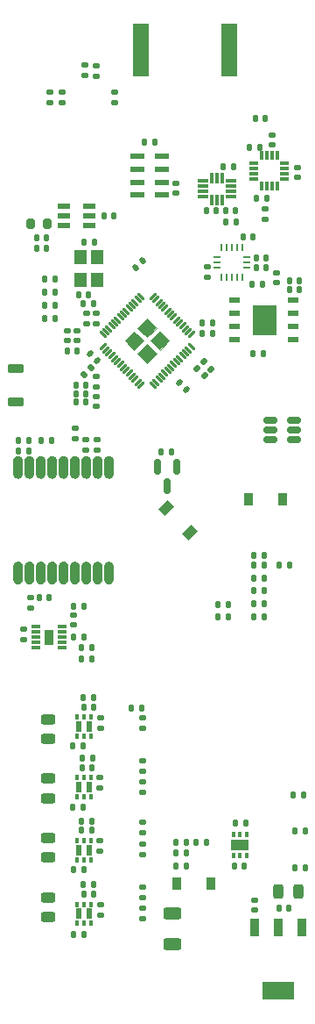
<source format=gtp>
%TF.GenerationSoftware,KiCad,Pcbnew,(6.0.1)*%
%TF.CreationDate,2022-06-27T00:16:49+02:00*%
%TF.ProjectId,kp-ptr,6b702d70-7472-42e6-9b69-6361645f7063,rev?*%
%TF.SameCoordinates,Original*%
%TF.FileFunction,Paste,Top*%
%TF.FilePolarity,Positive*%
%FSLAX46Y46*%
G04 Gerber Fmt 4.6, Leading zero omitted, Abs format (unit mm)*
G04 Created by KiCad (PCBNEW (6.0.1)) date 2022-06-27 00:16:49*
%MOMM*%
%LPD*%
G01*
G04 APERTURE LIST*
G04 Aperture macros list*
%AMRoundRect*
0 Rectangle with rounded corners*
0 $1 Rounding radius*
0 $2 $3 $4 $5 $6 $7 $8 $9 X,Y pos of 4 corners*
0 Add a 4 corners polygon primitive as box body*
4,1,4,$2,$3,$4,$5,$6,$7,$8,$9,$2,$3,0*
0 Add four circle primitives for the rounded corners*
1,1,$1+$1,$2,$3*
1,1,$1+$1,$4,$5*
1,1,$1+$1,$6,$7*
1,1,$1+$1,$8,$9*
0 Add four rect primitives between the rounded corners*
20,1,$1+$1,$2,$3,$4,$5,0*
20,1,$1+$1,$4,$5,$6,$7,0*
20,1,$1+$1,$6,$7,$8,$9,0*
20,1,$1+$1,$8,$9,$2,$3,0*%
%AMRotRect*
0 Rectangle, with rotation*
0 The origin of the aperture is its center*
0 $1 length*
0 $2 width*
0 $3 Rotation angle, in degrees counterclockwise*
0 Add horizontal line*
21,1,$1,$2,0,0,$3*%
G04 Aperture macros list end*
%ADD10C,0.010000*%
%ADD11C,0.000100*%
%ADD12R,0.304800X0.609600*%
%ADD13R,1.701800X1.092200*%
%ADD14R,0.350000X0.500000*%
%ADD15R,0.600000X1.000000*%
%ADD16RoundRect,0.031500X-0.143500X0.428000X-0.143500X-0.428000X0.143500X-0.428000X0.143500X0.428000X0*%
%ADD17RoundRect,0.031500X0.430000X0.143500X-0.430000X0.143500X-0.430000X-0.143500X0.430000X-0.143500X0*%
%ADD18RoundRect,0.031500X0.143500X-0.428000X0.143500X0.428000X-0.143500X0.428000X-0.143500X-0.428000X0*%
%ADD19RoundRect,0.031500X-0.430000X-0.143500X0.430000X-0.143500X0.430000X0.143500X-0.430000X0.143500X0*%
%ADD20RoundRect,0.150000X-0.512500X-0.150000X0.512500X-0.150000X0.512500X0.150000X-0.512500X0.150000X0*%
%ADD21RoundRect,0.006600X-0.208597X-0.354826X0.354826X0.208597X0.208597X0.354826X-0.354826X-0.208597X0*%
%ADD22RoundRect,0.022000X0.208597X-0.333047X0.333047X-0.208597X-0.208597X0.333047X-0.333047X0.208597X0*%
%ADD23RoundRect,0.147500X0.147500X0.172500X-0.147500X0.172500X-0.147500X-0.172500X0.147500X-0.172500X0*%
%ADD24RoundRect,0.135000X-0.135000X-0.185000X0.135000X-0.185000X0.135000X0.185000X-0.135000X0.185000X0*%
%ADD25RoundRect,0.135000X0.135000X0.185000X-0.135000X0.185000X-0.135000X-0.185000X0.135000X-0.185000X0*%
%ADD26RoundRect,0.135000X-0.185000X0.135000X-0.185000X-0.135000X0.185000X-0.135000X0.185000X0.135000X0*%
%ADD27RoundRect,0.135000X0.185000X-0.135000X0.185000X0.135000X-0.185000X0.135000X-0.185000X-0.135000X0*%
%ADD28RoundRect,0.140000X0.140000X0.170000X-0.140000X0.170000X-0.140000X-0.170000X0.140000X-0.170000X0*%
%ADD29RoundRect,0.243750X0.243750X0.456250X-0.243750X0.456250X-0.243750X-0.456250X0.243750X-0.456250X0*%
%ADD30RoundRect,0.040600X-0.569400X-0.249400X0.569400X-0.249400X0.569400X0.249400X-0.569400X0.249400X0*%
%ADD31R,1.150000X1.400000*%
%ADD32RoundRect,0.147500X-0.172500X0.147500X-0.172500X-0.147500X0.172500X-0.147500X0.172500X0.147500X0*%
%ADD33RoundRect,0.140000X-0.170000X0.140000X-0.170000X-0.140000X0.170000X-0.140000X0.170000X0.140000X0*%
%ADD34RoundRect,0.140000X0.170000X-0.140000X0.170000X0.140000X-0.170000X0.140000X-0.170000X-0.140000X0*%
%ADD35R,0.250000X0.728000*%
%ADD36R,0.728000X0.250000*%
%ADD37R,0.728000X0.252000*%
%ADD38R,0.728000X0.260000*%
%ADD39R,0.252000X0.728000*%
%ADD40RoundRect,0.243750X0.456250X-0.243750X0.456250X0.243750X-0.456250X0.243750X-0.456250X-0.243750X0*%
%ADD41RoundRect,0.140000X-0.140000X-0.170000X0.140000X-0.170000X0.140000X0.170000X-0.140000X0.170000X0*%
%ADD42RoundRect,0.140000X-0.219203X-0.021213X-0.021213X-0.219203X0.219203X0.021213X0.021213X0.219203X0*%
%ADD43RoundRect,0.008100X0.386900X0.126900X-0.386900X0.126900X-0.386900X-0.126900X0.386900X-0.126900X0*%
%ADD44RoundRect,0.026400X-0.493600X-0.193600X0.493600X-0.193600X0.493600X0.193600X-0.493600X0.193600X0*%
%ADD45RoundRect,0.147500X-0.147500X-0.172500X0.147500X-0.172500X0.147500X0.172500X-0.147500X0.172500X0*%
%ADD46RoundRect,0.200000X-0.600000X0.200000X-0.600000X-0.200000X0.600000X-0.200000X0.600000X0.200000X0*%
%ADD47R,0.900000X1.200000*%
%ADD48RoundRect,0.140000X0.021213X-0.219203X0.219203X-0.021213X-0.021213X0.219203X-0.219203X0.021213X0*%
%ADD49RoundRect,0.200000X-0.200000X-0.275000X0.200000X-0.275000X0.200000X0.275000X-0.200000X0.275000X0*%
%ADD50RoundRect,0.250000X0.625000X-0.312500X0.625000X0.312500X-0.625000X0.312500X-0.625000X-0.312500X0*%
%ADD51R,0.300000X0.855000*%
%ADD52R,0.855000X0.300000*%
%ADD53RoundRect,0.135000X0.226274X0.035355X0.035355X0.226274X-0.226274X-0.035355X-0.035355X-0.226274X0*%
%ADD54RoundRect,0.021200X0.633800X0.243800X-0.633800X0.243800X-0.633800X-0.243800X0.633800X-0.243800X0*%
%ADD55RoundRect,0.147500X0.017678X-0.226274X0.226274X-0.017678X-0.017678X0.226274X-0.226274X0.017678X0*%
%ADD56RotRect,0.900000X1.200000X135.000000*%
%ADD57R,0.850800X1.761200*%
%ADD58R,3.150799X1.761200*%
%ADD59RoundRect,0.140000X0.219203X0.021213X0.021213X0.219203X-0.219203X-0.021213X-0.021213X-0.219203X0*%
%ADD60RoundRect,0.150000X-0.150000X0.587500X-0.150000X-0.587500X0.150000X-0.587500X0.150000X0.587500X0*%
%ADD61R,1.500000X5.080000*%
G04 APERTURE END LIST*
D10*
%TO.C,U1*%
X154295974Y-63855508D02*
X155194000Y-62957482D01*
X155194000Y-62957482D02*
X156092026Y-63855508D01*
X156092026Y-63855508D02*
X155194000Y-64753534D01*
X155194000Y-64753534D02*
X154295974Y-63855508D01*
G36*
X156092026Y-63855508D02*
G01*
X155194000Y-64753534D01*
X154295974Y-63855508D01*
X155194000Y-62957482D01*
X156092026Y-63855508D01*
G37*
X156092026Y-63855508D02*
X155194000Y-64753534D01*
X154295974Y-63855508D01*
X155194000Y-62957482D01*
X156092026Y-63855508D01*
X153051466Y-62611000D02*
X153949492Y-61712974D01*
X153949492Y-61712974D02*
X154847518Y-62611000D01*
X154847518Y-62611000D02*
X153949492Y-63509026D01*
X153949492Y-63509026D02*
X153051466Y-62611000D01*
G36*
X154847518Y-62611000D02*
G01*
X153949492Y-63509026D01*
X153051466Y-62611000D01*
X153949492Y-61712974D01*
X154847518Y-62611000D01*
G37*
X154847518Y-62611000D02*
X153949492Y-63509026D01*
X153051466Y-62611000D01*
X153949492Y-61712974D01*
X154847518Y-62611000D01*
X154295974Y-61366492D02*
X155194000Y-60468466D01*
X155194000Y-60468466D02*
X156092026Y-61366492D01*
X156092026Y-61366492D02*
X155194000Y-62264518D01*
X155194000Y-62264518D02*
X154295974Y-61366492D01*
G36*
X156092026Y-61366492D02*
G01*
X155194000Y-62264518D01*
X154295974Y-61366492D01*
X155194000Y-60468466D01*
X156092026Y-61366492D01*
G37*
X156092026Y-61366492D02*
X155194000Y-62264518D01*
X154295974Y-61366492D01*
X155194000Y-60468466D01*
X156092026Y-61366492D01*
X155540482Y-62611000D02*
X156438508Y-61712974D01*
X156438508Y-61712974D02*
X157336534Y-62611000D01*
X157336534Y-62611000D02*
X156438508Y-63509026D01*
X156438508Y-63509026D02*
X155540482Y-62611000D01*
G36*
X157336534Y-62611000D02*
G01*
X156438508Y-63509026D01*
X155540482Y-62611000D01*
X156438508Y-61712974D01*
X157336534Y-62611000D01*
G37*
X157336534Y-62611000D02*
X156438508Y-63509026D01*
X155540482Y-62611000D01*
X156438508Y-61712974D01*
X157336534Y-62611000D01*
%TO.C,U6*%
X146059000Y-91856000D02*
X145279000Y-91856000D01*
X145279000Y-91856000D02*
X145279000Y-90516000D01*
X145279000Y-90516000D02*
X146059000Y-90516000D01*
X146059000Y-90516000D02*
X146059000Y-91856000D01*
G36*
X146059000Y-91856000D02*
G01*
X145279000Y-91856000D01*
X145279000Y-90516000D01*
X146059000Y-90516000D01*
X146059000Y-91856000D01*
G37*
X146059000Y-91856000D02*
X145279000Y-91856000D01*
X145279000Y-90516000D01*
X146059000Y-90516000D01*
X146059000Y-91856000D01*
%TO.C,U11*%
X165442400Y-59231000D02*
X167602400Y-59231000D01*
X167602400Y-59231000D02*
X167602400Y-61951000D01*
X167602400Y-61951000D02*
X165442400Y-61951000D01*
X165442400Y-61951000D02*
X165442400Y-59231000D01*
G36*
X167602400Y-61951000D02*
G01*
X165442400Y-61951000D01*
X165442400Y-59231000D01*
X167602400Y-59231000D01*
X167602400Y-61951000D01*
G37*
X167602400Y-61951000D02*
X165442400Y-61951000D01*
X165442400Y-59231000D01*
X167602400Y-59231000D01*
X167602400Y-61951000D01*
D11*
%TO.C,U5*%
X150766000Y-84983000D02*
X150766000Y-85633000D01*
X150766000Y-85633000D02*
X150764000Y-85675000D01*
X150764000Y-85675000D02*
X150757000Y-85716000D01*
X150757000Y-85716000D02*
X150746000Y-85757000D01*
X150746000Y-85757000D02*
X150731000Y-85796000D01*
X150731000Y-85796000D02*
X150712000Y-85833000D01*
X150712000Y-85833000D02*
X150690000Y-85868000D01*
X150690000Y-85868000D02*
X150663000Y-85901000D01*
X150663000Y-85901000D02*
X150634000Y-85930000D01*
X150634000Y-85930000D02*
X150601000Y-85957000D01*
X150601000Y-85957000D02*
X150566000Y-85979000D01*
X150566000Y-85979000D02*
X150529000Y-85998000D01*
X150529000Y-85998000D02*
X150490000Y-86013000D01*
X150490000Y-86013000D02*
X150449000Y-86024000D01*
X150449000Y-86024000D02*
X150408000Y-86031000D01*
X150408000Y-86031000D02*
X150366000Y-86033000D01*
X150366000Y-86033000D02*
X150324000Y-86031000D01*
X150324000Y-86031000D02*
X150283000Y-86024000D01*
X150283000Y-86024000D02*
X150242000Y-86013000D01*
X150242000Y-86013000D02*
X150203000Y-85998000D01*
X150203000Y-85998000D02*
X150166000Y-85979000D01*
X150166000Y-85979000D02*
X150131000Y-85957000D01*
X150131000Y-85957000D02*
X150098000Y-85930000D01*
X150098000Y-85930000D02*
X150069000Y-85901000D01*
X150069000Y-85901000D02*
X150042000Y-85868000D01*
X150042000Y-85868000D02*
X150020000Y-85833000D01*
X150020000Y-85833000D02*
X150001000Y-85796000D01*
X150001000Y-85796000D02*
X149986000Y-85757000D01*
X149986000Y-85757000D02*
X149975000Y-85716000D01*
X149975000Y-85716000D02*
X149968000Y-85675000D01*
X149968000Y-85675000D02*
X149966000Y-85633000D01*
X149966000Y-85633000D02*
X149966000Y-84333000D01*
X149966000Y-84333000D02*
X149968000Y-84291000D01*
X149968000Y-84291000D02*
X149975000Y-84250000D01*
X149975000Y-84250000D02*
X149986000Y-84209000D01*
X149986000Y-84209000D02*
X150001000Y-84170000D01*
X150001000Y-84170000D02*
X150020000Y-84133000D01*
X150020000Y-84133000D02*
X150042000Y-84098000D01*
X150042000Y-84098000D02*
X150069000Y-84065000D01*
X150069000Y-84065000D02*
X150098000Y-84036000D01*
X150098000Y-84036000D02*
X150131000Y-84009000D01*
X150131000Y-84009000D02*
X150166000Y-83987000D01*
X150166000Y-83987000D02*
X150203000Y-83968000D01*
X150203000Y-83968000D02*
X150242000Y-83953000D01*
X150242000Y-83953000D02*
X150283000Y-83942000D01*
X150283000Y-83942000D02*
X150324000Y-83935000D01*
X150324000Y-83935000D02*
X150366000Y-83933000D01*
X150366000Y-83933000D02*
X150408000Y-83935000D01*
X150408000Y-83935000D02*
X150449000Y-83942000D01*
X150449000Y-83942000D02*
X150490000Y-83953000D01*
X150490000Y-83953000D02*
X150529000Y-83968000D01*
X150529000Y-83968000D02*
X150566000Y-83987000D01*
X150566000Y-83987000D02*
X150601000Y-84009000D01*
X150601000Y-84009000D02*
X150634000Y-84036000D01*
X150634000Y-84036000D02*
X150663000Y-84065000D01*
X150663000Y-84065000D02*
X150690000Y-84098000D01*
X150690000Y-84098000D02*
X150712000Y-84133000D01*
X150712000Y-84133000D02*
X150731000Y-84170000D01*
X150731000Y-84170000D02*
X150746000Y-84209000D01*
X150746000Y-84209000D02*
X150757000Y-84250000D01*
X150757000Y-84250000D02*
X150764000Y-84291000D01*
X150764000Y-84291000D02*
X150766000Y-84333000D01*
X150766000Y-84333000D02*
X150766000Y-84983000D01*
X150766000Y-84983000D02*
X150766000Y-84983000D01*
G36*
X150408000Y-83935000D02*
G01*
X150449000Y-83942000D01*
X150490000Y-83953000D01*
X150529000Y-83968000D01*
X150566000Y-83987000D01*
X150601000Y-84009000D01*
X150634000Y-84036000D01*
X150663000Y-84065000D01*
X150690000Y-84098000D01*
X150712000Y-84133000D01*
X150731000Y-84170000D01*
X150746000Y-84209000D01*
X150757000Y-84250000D01*
X150764000Y-84291000D01*
X150766000Y-84333000D01*
X150766000Y-85633000D01*
X150764000Y-85675000D01*
X150757000Y-85716000D01*
X150746000Y-85757000D01*
X150731000Y-85796000D01*
X150712000Y-85833000D01*
X150690000Y-85868000D01*
X150663000Y-85901000D01*
X150634000Y-85930000D01*
X150601000Y-85957000D01*
X150566000Y-85979000D01*
X150529000Y-85998000D01*
X150490000Y-86013000D01*
X150449000Y-86024000D01*
X150408000Y-86031000D01*
X150366000Y-86033000D01*
X150324000Y-86031000D01*
X150283000Y-86024000D01*
X150242000Y-86013000D01*
X150203000Y-85998000D01*
X150166000Y-85979000D01*
X150131000Y-85957000D01*
X150098000Y-85930000D01*
X150069000Y-85901000D01*
X150042000Y-85868000D01*
X150020000Y-85833000D01*
X150001000Y-85796000D01*
X149986000Y-85757000D01*
X149975000Y-85716000D01*
X149968000Y-85675000D01*
X149966000Y-85633000D01*
X149966000Y-84333000D01*
X149968000Y-84291000D01*
X149975000Y-84250000D01*
X149986000Y-84209000D01*
X150001000Y-84170000D01*
X150020000Y-84133000D01*
X150042000Y-84098000D01*
X150069000Y-84065000D01*
X150098000Y-84036000D01*
X150131000Y-84009000D01*
X150166000Y-83987000D01*
X150203000Y-83968000D01*
X150242000Y-83953000D01*
X150283000Y-83942000D01*
X150324000Y-83935000D01*
X150366000Y-83933000D01*
X150408000Y-83935000D01*
G37*
X150408000Y-83935000D02*
X150449000Y-83942000D01*
X150490000Y-83953000D01*
X150529000Y-83968000D01*
X150566000Y-83987000D01*
X150601000Y-84009000D01*
X150634000Y-84036000D01*
X150663000Y-84065000D01*
X150690000Y-84098000D01*
X150712000Y-84133000D01*
X150731000Y-84170000D01*
X150746000Y-84209000D01*
X150757000Y-84250000D01*
X150764000Y-84291000D01*
X150766000Y-84333000D01*
X150766000Y-85633000D01*
X150764000Y-85675000D01*
X150757000Y-85716000D01*
X150746000Y-85757000D01*
X150731000Y-85796000D01*
X150712000Y-85833000D01*
X150690000Y-85868000D01*
X150663000Y-85901000D01*
X150634000Y-85930000D01*
X150601000Y-85957000D01*
X150566000Y-85979000D01*
X150529000Y-85998000D01*
X150490000Y-86013000D01*
X150449000Y-86024000D01*
X150408000Y-86031000D01*
X150366000Y-86033000D01*
X150324000Y-86031000D01*
X150283000Y-86024000D01*
X150242000Y-86013000D01*
X150203000Y-85998000D01*
X150166000Y-85979000D01*
X150131000Y-85957000D01*
X150098000Y-85930000D01*
X150069000Y-85901000D01*
X150042000Y-85868000D01*
X150020000Y-85833000D01*
X150001000Y-85796000D01*
X149986000Y-85757000D01*
X149975000Y-85716000D01*
X149968000Y-85675000D01*
X149966000Y-85633000D01*
X149966000Y-84333000D01*
X149968000Y-84291000D01*
X149975000Y-84250000D01*
X149986000Y-84209000D01*
X150001000Y-84170000D01*
X150020000Y-84133000D01*
X150042000Y-84098000D01*
X150069000Y-84065000D01*
X150098000Y-84036000D01*
X150131000Y-84009000D01*
X150166000Y-83987000D01*
X150203000Y-83968000D01*
X150242000Y-83953000D01*
X150283000Y-83942000D01*
X150324000Y-83935000D01*
X150366000Y-83933000D01*
X150408000Y-83935000D01*
X150766000Y-74783000D02*
X150766000Y-75433000D01*
X150766000Y-75433000D02*
X150764000Y-75475000D01*
X150764000Y-75475000D02*
X150757000Y-75516000D01*
X150757000Y-75516000D02*
X150746000Y-75557000D01*
X150746000Y-75557000D02*
X150731000Y-75596000D01*
X150731000Y-75596000D02*
X150712000Y-75633000D01*
X150712000Y-75633000D02*
X150690000Y-75668000D01*
X150690000Y-75668000D02*
X150663000Y-75701000D01*
X150663000Y-75701000D02*
X150634000Y-75730000D01*
X150634000Y-75730000D02*
X150601000Y-75757000D01*
X150601000Y-75757000D02*
X150566000Y-75779000D01*
X150566000Y-75779000D02*
X150529000Y-75798000D01*
X150529000Y-75798000D02*
X150490000Y-75813000D01*
X150490000Y-75813000D02*
X150449000Y-75824000D01*
X150449000Y-75824000D02*
X150408000Y-75831000D01*
X150408000Y-75831000D02*
X150366000Y-75833000D01*
X150366000Y-75833000D02*
X150324000Y-75831000D01*
X150324000Y-75831000D02*
X150283000Y-75824000D01*
X150283000Y-75824000D02*
X150242000Y-75813000D01*
X150242000Y-75813000D02*
X150203000Y-75798000D01*
X150203000Y-75798000D02*
X150166000Y-75779000D01*
X150166000Y-75779000D02*
X150131000Y-75757000D01*
X150131000Y-75757000D02*
X150098000Y-75730000D01*
X150098000Y-75730000D02*
X150069000Y-75701000D01*
X150069000Y-75701000D02*
X150042000Y-75668000D01*
X150042000Y-75668000D02*
X150020000Y-75633000D01*
X150020000Y-75633000D02*
X150001000Y-75596000D01*
X150001000Y-75596000D02*
X149986000Y-75557000D01*
X149986000Y-75557000D02*
X149975000Y-75516000D01*
X149975000Y-75516000D02*
X149968000Y-75475000D01*
X149968000Y-75475000D02*
X149966000Y-75433000D01*
X149966000Y-75433000D02*
X149966000Y-74133000D01*
X149966000Y-74133000D02*
X149968000Y-74091000D01*
X149968000Y-74091000D02*
X149975000Y-74050000D01*
X149975000Y-74050000D02*
X149986000Y-74009000D01*
X149986000Y-74009000D02*
X150001000Y-73970000D01*
X150001000Y-73970000D02*
X150020000Y-73933000D01*
X150020000Y-73933000D02*
X150042000Y-73898000D01*
X150042000Y-73898000D02*
X150069000Y-73865000D01*
X150069000Y-73865000D02*
X150098000Y-73836000D01*
X150098000Y-73836000D02*
X150131000Y-73809000D01*
X150131000Y-73809000D02*
X150166000Y-73787000D01*
X150166000Y-73787000D02*
X150203000Y-73768000D01*
X150203000Y-73768000D02*
X150242000Y-73753000D01*
X150242000Y-73753000D02*
X150283000Y-73742000D01*
X150283000Y-73742000D02*
X150324000Y-73735000D01*
X150324000Y-73735000D02*
X150366000Y-73733000D01*
X150366000Y-73733000D02*
X150408000Y-73735000D01*
X150408000Y-73735000D02*
X150449000Y-73742000D01*
X150449000Y-73742000D02*
X150490000Y-73753000D01*
X150490000Y-73753000D02*
X150529000Y-73768000D01*
X150529000Y-73768000D02*
X150566000Y-73787000D01*
X150566000Y-73787000D02*
X150601000Y-73809000D01*
X150601000Y-73809000D02*
X150634000Y-73836000D01*
X150634000Y-73836000D02*
X150663000Y-73865000D01*
X150663000Y-73865000D02*
X150690000Y-73898000D01*
X150690000Y-73898000D02*
X150712000Y-73933000D01*
X150712000Y-73933000D02*
X150731000Y-73970000D01*
X150731000Y-73970000D02*
X150746000Y-74009000D01*
X150746000Y-74009000D02*
X150757000Y-74050000D01*
X150757000Y-74050000D02*
X150764000Y-74091000D01*
X150764000Y-74091000D02*
X150766000Y-74133000D01*
X150766000Y-74133000D02*
X150766000Y-74783000D01*
X150766000Y-74783000D02*
X150766000Y-74783000D01*
G36*
X150408000Y-73735000D02*
G01*
X150449000Y-73742000D01*
X150490000Y-73753000D01*
X150529000Y-73768000D01*
X150566000Y-73787000D01*
X150601000Y-73809000D01*
X150634000Y-73836000D01*
X150663000Y-73865000D01*
X150690000Y-73898000D01*
X150712000Y-73933000D01*
X150731000Y-73970000D01*
X150746000Y-74009000D01*
X150757000Y-74050000D01*
X150764000Y-74091000D01*
X150766000Y-74133000D01*
X150766000Y-75433000D01*
X150764000Y-75475000D01*
X150757000Y-75516000D01*
X150746000Y-75557000D01*
X150731000Y-75596000D01*
X150712000Y-75633000D01*
X150690000Y-75668000D01*
X150663000Y-75701000D01*
X150634000Y-75730000D01*
X150601000Y-75757000D01*
X150566000Y-75779000D01*
X150529000Y-75798000D01*
X150490000Y-75813000D01*
X150449000Y-75824000D01*
X150408000Y-75831000D01*
X150366000Y-75833000D01*
X150324000Y-75831000D01*
X150283000Y-75824000D01*
X150242000Y-75813000D01*
X150203000Y-75798000D01*
X150166000Y-75779000D01*
X150131000Y-75757000D01*
X150098000Y-75730000D01*
X150069000Y-75701000D01*
X150042000Y-75668000D01*
X150020000Y-75633000D01*
X150001000Y-75596000D01*
X149986000Y-75557000D01*
X149975000Y-75516000D01*
X149968000Y-75475000D01*
X149966000Y-75433000D01*
X149966000Y-74133000D01*
X149968000Y-74091000D01*
X149975000Y-74050000D01*
X149986000Y-74009000D01*
X150001000Y-73970000D01*
X150020000Y-73933000D01*
X150042000Y-73898000D01*
X150069000Y-73865000D01*
X150098000Y-73836000D01*
X150131000Y-73809000D01*
X150166000Y-73787000D01*
X150203000Y-73768000D01*
X150242000Y-73753000D01*
X150283000Y-73742000D01*
X150324000Y-73735000D01*
X150366000Y-73733000D01*
X150408000Y-73735000D01*
G37*
X150408000Y-73735000D02*
X150449000Y-73742000D01*
X150490000Y-73753000D01*
X150529000Y-73768000D01*
X150566000Y-73787000D01*
X150601000Y-73809000D01*
X150634000Y-73836000D01*
X150663000Y-73865000D01*
X150690000Y-73898000D01*
X150712000Y-73933000D01*
X150731000Y-73970000D01*
X150746000Y-74009000D01*
X150757000Y-74050000D01*
X150764000Y-74091000D01*
X150766000Y-74133000D01*
X150766000Y-75433000D01*
X150764000Y-75475000D01*
X150757000Y-75516000D01*
X150746000Y-75557000D01*
X150731000Y-75596000D01*
X150712000Y-75633000D01*
X150690000Y-75668000D01*
X150663000Y-75701000D01*
X150634000Y-75730000D01*
X150601000Y-75757000D01*
X150566000Y-75779000D01*
X150529000Y-75798000D01*
X150490000Y-75813000D01*
X150449000Y-75824000D01*
X150408000Y-75831000D01*
X150366000Y-75833000D01*
X150324000Y-75831000D01*
X150283000Y-75824000D01*
X150242000Y-75813000D01*
X150203000Y-75798000D01*
X150166000Y-75779000D01*
X150131000Y-75757000D01*
X150098000Y-75730000D01*
X150069000Y-75701000D01*
X150042000Y-75668000D01*
X150020000Y-75633000D01*
X150001000Y-75596000D01*
X149986000Y-75557000D01*
X149975000Y-75516000D01*
X149968000Y-75475000D01*
X149966000Y-75433000D01*
X149966000Y-74133000D01*
X149968000Y-74091000D01*
X149975000Y-74050000D01*
X149986000Y-74009000D01*
X150001000Y-73970000D01*
X150020000Y-73933000D01*
X150042000Y-73898000D01*
X150069000Y-73865000D01*
X150098000Y-73836000D01*
X150131000Y-73809000D01*
X150166000Y-73787000D01*
X150203000Y-73768000D01*
X150242000Y-73753000D01*
X150283000Y-73742000D01*
X150324000Y-73735000D01*
X150366000Y-73733000D01*
X150408000Y-73735000D01*
X149666000Y-84983000D02*
X149666000Y-85633000D01*
X149666000Y-85633000D02*
X149664000Y-85675000D01*
X149664000Y-85675000D02*
X149657000Y-85716000D01*
X149657000Y-85716000D02*
X149646000Y-85757000D01*
X149646000Y-85757000D02*
X149631000Y-85796000D01*
X149631000Y-85796000D02*
X149612000Y-85833000D01*
X149612000Y-85833000D02*
X149590000Y-85868000D01*
X149590000Y-85868000D02*
X149563000Y-85901000D01*
X149563000Y-85901000D02*
X149534000Y-85930000D01*
X149534000Y-85930000D02*
X149501000Y-85957000D01*
X149501000Y-85957000D02*
X149466000Y-85979000D01*
X149466000Y-85979000D02*
X149429000Y-85998000D01*
X149429000Y-85998000D02*
X149390000Y-86013000D01*
X149390000Y-86013000D02*
X149349000Y-86024000D01*
X149349000Y-86024000D02*
X149308000Y-86031000D01*
X149308000Y-86031000D02*
X149266000Y-86033000D01*
X149266000Y-86033000D02*
X149224000Y-86031000D01*
X149224000Y-86031000D02*
X149183000Y-86024000D01*
X149183000Y-86024000D02*
X149142000Y-86013000D01*
X149142000Y-86013000D02*
X149103000Y-85998000D01*
X149103000Y-85998000D02*
X149066000Y-85979000D01*
X149066000Y-85979000D02*
X149031000Y-85957000D01*
X149031000Y-85957000D02*
X148998000Y-85930000D01*
X148998000Y-85930000D02*
X148969000Y-85901000D01*
X148969000Y-85901000D02*
X148942000Y-85868000D01*
X148942000Y-85868000D02*
X148920000Y-85833000D01*
X148920000Y-85833000D02*
X148901000Y-85796000D01*
X148901000Y-85796000D02*
X148886000Y-85757000D01*
X148886000Y-85757000D02*
X148875000Y-85716000D01*
X148875000Y-85716000D02*
X148868000Y-85675000D01*
X148868000Y-85675000D02*
X148866000Y-85633000D01*
X148866000Y-85633000D02*
X148866000Y-84333000D01*
X148866000Y-84333000D02*
X148868000Y-84291000D01*
X148868000Y-84291000D02*
X148875000Y-84250000D01*
X148875000Y-84250000D02*
X148886000Y-84209000D01*
X148886000Y-84209000D02*
X148901000Y-84170000D01*
X148901000Y-84170000D02*
X148920000Y-84133000D01*
X148920000Y-84133000D02*
X148942000Y-84098000D01*
X148942000Y-84098000D02*
X148969000Y-84065000D01*
X148969000Y-84065000D02*
X148998000Y-84036000D01*
X148998000Y-84036000D02*
X149031000Y-84009000D01*
X149031000Y-84009000D02*
X149066000Y-83987000D01*
X149066000Y-83987000D02*
X149103000Y-83968000D01*
X149103000Y-83968000D02*
X149142000Y-83953000D01*
X149142000Y-83953000D02*
X149183000Y-83942000D01*
X149183000Y-83942000D02*
X149224000Y-83935000D01*
X149224000Y-83935000D02*
X149266000Y-83933000D01*
X149266000Y-83933000D02*
X149308000Y-83935000D01*
X149308000Y-83935000D02*
X149349000Y-83942000D01*
X149349000Y-83942000D02*
X149390000Y-83953000D01*
X149390000Y-83953000D02*
X149429000Y-83968000D01*
X149429000Y-83968000D02*
X149466000Y-83987000D01*
X149466000Y-83987000D02*
X149501000Y-84009000D01*
X149501000Y-84009000D02*
X149534000Y-84036000D01*
X149534000Y-84036000D02*
X149563000Y-84065000D01*
X149563000Y-84065000D02*
X149590000Y-84098000D01*
X149590000Y-84098000D02*
X149612000Y-84133000D01*
X149612000Y-84133000D02*
X149631000Y-84170000D01*
X149631000Y-84170000D02*
X149646000Y-84209000D01*
X149646000Y-84209000D02*
X149657000Y-84250000D01*
X149657000Y-84250000D02*
X149664000Y-84291000D01*
X149664000Y-84291000D02*
X149666000Y-84333000D01*
X149666000Y-84333000D02*
X149666000Y-84983000D01*
X149666000Y-84983000D02*
X149666000Y-84983000D01*
G36*
X149308000Y-83935000D02*
G01*
X149349000Y-83942000D01*
X149390000Y-83953000D01*
X149429000Y-83968000D01*
X149466000Y-83987000D01*
X149501000Y-84009000D01*
X149534000Y-84036000D01*
X149563000Y-84065000D01*
X149590000Y-84098000D01*
X149612000Y-84133000D01*
X149631000Y-84170000D01*
X149646000Y-84209000D01*
X149657000Y-84250000D01*
X149664000Y-84291000D01*
X149666000Y-84333000D01*
X149666000Y-85633000D01*
X149664000Y-85675000D01*
X149657000Y-85716000D01*
X149646000Y-85757000D01*
X149631000Y-85796000D01*
X149612000Y-85833000D01*
X149590000Y-85868000D01*
X149563000Y-85901000D01*
X149534000Y-85930000D01*
X149501000Y-85957000D01*
X149466000Y-85979000D01*
X149429000Y-85998000D01*
X149390000Y-86013000D01*
X149349000Y-86024000D01*
X149308000Y-86031000D01*
X149266000Y-86033000D01*
X149224000Y-86031000D01*
X149183000Y-86024000D01*
X149142000Y-86013000D01*
X149103000Y-85998000D01*
X149066000Y-85979000D01*
X149031000Y-85957000D01*
X148998000Y-85930000D01*
X148969000Y-85901000D01*
X148942000Y-85868000D01*
X148920000Y-85833000D01*
X148901000Y-85796000D01*
X148886000Y-85757000D01*
X148875000Y-85716000D01*
X148868000Y-85675000D01*
X148866000Y-85633000D01*
X148866000Y-84333000D01*
X148868000Y-84291000D01*
X148875000Y-84250000D01*
X148886000Y-84209000D01*
X148901000Y-84170000D01*
X148920000Y-84133000D01*
X148942000Y-84098000D01*
X148969000Y-84065000D01*
X148998000Y-84036000D01*
X149031000Y-84009000D01*
X149066000Y-83987000D01*
X149103000Y-83968000D01*
X149142000Y-83953000D01*
X149183000Y-83942000D01*
X149224000Y-83935000D01*
X149266000Y-83933000D01*
X149308000Y-83935000D01*
G37*
X149308000Y-83935000D02*
X149349000Y-83942000D01*
X149390000Y-83953000D01*
X149429000Y-83968000D01*
X149466000Y-83987000D01*
X149501000Y-84009000D01*
X149534000Y-84036000D01*
X149563000Y-84065000D01*
X149590000Y-84098000D01*
X149612000Y-84133000D01*
X149631000Y-84170000D01*
X149646000Y-84209000D01*
X149657000Y-84250000D01*
X149664000Y-84291000D01*
X149666000Y-84333000D01*
X149666000Y-85633000D01*
X149664000Y-85675000D01*
X149657000Y-85716000D01*
X149646000Y-85757000D01*
X149631000Y-85796000D01*
X149612000Y-85833000D01*
X149590000Y-85868000D01*
X149563000Y-85901000D01*
X149534000Y-85930000D01*
X149501000Y-85957000D01*
X149466000Y-85979000D01*
X149429000Y-85998000D01*
X149390000Y-86013000D01*
X149349000Y-86024000D01*
X149308000Y-86031000D01*
X149266000Y-86033000D01*
X149224000Y-86031000D01*
X149183000Y-86024000D01*
X149142000Y-86013000D01*
X149103000Y-85998000D01*
X149066000Y-85979000D01*
X149031000Y-85957000D01*
X148998000Y-85930000D01*
X148969000Y-85901000D01*
X148942000Y-85868000D01*
X148920000Y-85833000D01*
X148901000Y-85796000D01*
X148886000Y-85757000D01*
X148875000Y-85716000D01*
X148868000Y-85675000D01*
X148866000Y-85633000D01*
X148866000Y-84333000D01*
X148868000Y-84291000D01*
X148875000Y-84250000D01*
X148886000Y-84209000D01*
X148901000Y-84170000D01*
X148920000Y-84133000D01*
X148942000Y-84098000D01*
X148969000Y-84065000D01*
X148998000Y-84036000D01*
X149031000Y-84009000D01*
X149066000Y-83987000D01*
X149103000Y-83968000D01*
X149142000Y-83953000D01*
X149183000Y-83942000D01*
X149224000Y-83935000D01*
X149266000Y-83933000D01*
X149308000Y-83935000D01*
X151866000Y-84983000D02*
X151866000Y-85633000D01*
X151866000Y-85633000D02*
X151864000Y-85675000D01*
X151864000Y-85675000D02*
X151857000Y-85716000D01*
X151857000Y-85716000D02*
X151846000Y-85757000D01*
X151846000Y-85757000D02*
X151831000Y-85796000D01*
X151831000Y-85796000D02*
X151812000Y-85833000D01*
X151812000Y-85833000D02*
X151790000Y-85868000D01*
X151790000Y-85868000D02*
X151763000Y-85901000D01*
X151763000Y-85901000D02*
X151734000Y-85930000D01*
X151734000Y-85930000D02*
X151701000Y-85957000D01*
X151701000Y-85957000D02*
X151666000Y-85979000D01*
X151666000Y-85979000D02*
X151629000Y-85998000D01*
X151629000Y-85998000D02*
X151590000Y-86013000D01*
X151590000Y-86013000D02*
X151549000Y-86024000D01*
X151549000Y-86024000D02*
X151508000Y-86031000D01*
X151508000Y-86031000D02*
X151466000Y-86033000D01*
X151466000Y-86033000D02*
X151424000Y-86031000D01*
X151424000Y-86031000D02*
X151383000Y-86024000D01*
X151383000Y-86024000D02*
X151342000Y-86013000D01*
X151342000Y-86013000D02*
X151303000Y-85998000D01*
X151303000Y-85998000D02*
X151266000Y-85979000D01*
X151266000Y-85979000D02*
X151231000Y-85957000D01*
X151231000Y-85957000D02*
X151198000Y-85930000D01*
X151198000Y-85930000D02*
X151169000Y-85901000D01*
X151169000Y-85901000D02*
X151142000Y-85868000D01*
X151142000Y-85868000D02*
X151120000Y-85833000D01*
X151120000Y-85833000D02*
X151101000Y-85796000D01*
X151101000Y-85796000D02*
X151086000Y-85757000D01*
X151086000Y-85757000D02*
X151075000Y-85716000D01*
X151075000Y-85716000D02*
X151068000Y-85675000D01*
X151068000Y-85675000D02*
X151066000Y-85633000D01*
X151066000Y-85633000D02*
X151066000Y-84333000D01*
X151066000Y-84333000D02*
X151068000Y-84291000D01*
X151068000Y-84291000D02*
X151075000Y-84250000D01*
X151075000Y-84250000D02*
X151086000Y-84209000D01*
X151086000Y-84209000D02*
X151101000Y-84170000D01*
X151101000Y-84170000D02*
X151120000Y-84133000D01*
X151120000Y-84133000D02*
X151142000Y-84098000D01*
X151142000Y-84098000D02*
X151169000Y-84065000D01*
X151169000Y-84065000D02*
X151198000Y-84036000D01*
X151198000Y-84036000D02*
X151231000Y-84009000D01*
X151231000Y-84009000D02*
X151266000Y-83987000D01*
X151266000Y-83987000D02*
X151303000Y-83968000D01*
X151303000Y-83968000D02*
X151342000Y-83953000D01*
X151342000Y-83953000D02*
X151383000Y-83942000D01*
X151383000Y-83942000D02*
X151424000Y-83935000D01*
X151424000Y-83935000D02*
X151466000Y-83933000D01*
X151466000Y-83933000D02*
X151508000Y-83935000D01*
X151508000Y-83935000D02*
X151549000Y-83942000D01*
X151549000Y-83942000D02*
X151590000Y-83953000D01*
X151590000Y-83953000D02*
X151629000Y-83968000D01*
X151629000Y-83968000D02*
X151666000Y-83987000D01*
X151666000Y-83987000D02*
X151701000Y-84009000D01*
X151701000Y-84009000D02*
X151734000Y-84036000D01*
X151734000Y-84036000D02*
X151763000Y-84065000D01*
X151763000Y-84065000D02*
X151790000Y-84098000D01*
X151790000Y-84098000D02*
X151812000Y-84133000D01*
X151812000Y-84133000D02*
X151831000Y-84170000D01*
X151831000Y-84170000D02*
X151846000Y-84209000D01*
X151846000Y-84209000D02*
X151857000Y-84250000D01*
X151857000Y-84250000D02*
X151864000Y-84291000D01*
X151864000Y-84291000D02*
X151866000Y-84333000D01*
X151866000Y-84333000D02*
X151866000Y-84983000D01*
X151866000Y-84983000D02*
X151866000Y-84983000D01*
G36*
X151508000Y-83935000D02*
G01*
X151549000Y-83942000D01*
X151590000Y-83953000D01*
X151629000Y-83968000D01*
X151666000Y-83987000D01*
X151701000Y-84009000D01*
X151734000Y-84036000D01*
X151763000Y-84065000D01*
X151790000Y-84098000D01*
X151812000Y-84133000D01*
X151831000Y-84170000D01*
X151846000Y-84209000D01*
X151857000Y-84250000D01*
X151864000Y-84291000D01*
X151866000Y-84333000D01*
X151866000Y-85633000D01*
X151864000Y-85675000D01*
X151857000Y-85716000D01*
X151846000Y-85757000D01*
X151831000Y-85796000D01*
X151812000Y-85833000D01*
X151790000Y-85868000D01*
X151763000Y-85901000D01*
X151734000Y-85930000D01*
X151701000Y-85957000D01*
X151666000Y-85979000D01*
X151629000Y-85998000D01*
X151590000Y-86013000D01*
X151549000Y-86024000D01*
X151508000Y-86031000D01*
X151466000Y-86033000D01*
X151424000Y-86031000D01*
X151383000Y-86024000D01*
X151342000Y-86013000D01*
X151303000Y-85998000D01*
X151266000Y-85979000D01*
X151231000Y-85957000D01*
X151198000Y-85930000D01*
X151169000Y-85901000D01*
X151142000Y-85868000D01*
X151120000Y-85833000D01*
X151101000Y-85796000D01*
X151086000Y-85757000D01*
X151075000Y-85716000D01*
X151068000Y-85675000D01*
X151066000Y-85633000D01*
X151066000Y-84333000D01*
X151068000Y-84291000D01*
X151075000Y-84250000D01*
X151086000Y-84209000D01*
X151101000Y-84170000D01*
X151120000Y-84133000D01*
X151142000Y-84098000D01*
X151169000Y-84065000D01*
X151198000Y-84036000D01*
X151231000Y-84009000D01*
X151266000Y-83987000D01*
X151303000Y-83968000D01*
X151342000Y-83953000D01*
X151383000Y-83942000D01*
X151424000Y-83935000D01*
X151466000Y-83933000D01*
X151508000Y-83935000D01*
G37*
X151508000Y-83935000D02*
X151549000Y-83942000D01*
X151590000Y-83953000D01*
X151629000Y-83968000D01*
X151666000Y-83987000D01*
X151701000Y-84009000D01*
X151734000Y-84036000D01*
X151763000Y-84065000D01*
X151790000Y-84098000D01*
X151812000Y-84133000D01*
X151831000Y-84170000D01*
X151846000Y-84209000D01*
X151857000Y-84250000D01*
X151864000Y-84291000D01*
X151866000Y-84333000D01*
X151866000Y-85633000D01*
X151864000Y-85675000D01*
X151857000Y-85716000D01*
X151846000Y-85757000D01*
X151831000Y-85796000D01*
X151812000Y-85833000D01*
X151790000Y-85868000D01*
X151763000Y-85901000D01*
X151734000Y-85930000D01*
X151701000Y-85957000D01*
X151666000Y-85979000D01*
X151629000Y-85998000D01*
X151590000Y-86013000D01*
X151549000Y-86024000D01*
X151508000Y-86031000D01*
X151466000Y-86033000D01*
X151424000Y-86031000D01*
X151383000Y-86024000D01*
X151342000Y-86013000D01*
X151303000Y-85998000D01*
X151266000Y-85979000D01*
X151231000Y-85957000D01*
X151198000Y-85930000D01*
X151169000Y-85901000D01*
X151142000Y-85868000D01*
X151120000Y-85833000D01*
X151101000Y-85796000D01*
X151086000Y-85757000D01*
X151075000Y-85716000D01*
X151068000Y-85675000D01*
X151066000Y-85633000D01*
X151066000Y-84333000D01*
X151068000Y-84291000D01*
X151075000Y-84250000D01*
X151086000Y-84209000D01*
X151101000Y-84170000D01*
X151120000Y-84133000D01*
X151142000Y-84098000D01*
X151169000Y-84065000D01*
X151198000Y-84036000D01*
X151231000Y-84009000D01*
X151266000Y-83987000D01*
X151303000Y-83968000D01*
X151342000Y-83953000D01*
X151383000Y-83942000D01*
X151424000Y-83935000D01*
X151466000Y-83933000D01*
X151508000Y-83935000D01*
X151866000Y-74783000D02*
X151866000Y-75433000D01*
X151866000Y-75433000D02*
X151864000Y-75475000D01*
X151864000Y-75475000D02*
X151857000Y-75516000D01*
X151857000Y-75516000D02*
X151846000Y-75557000D01*
X151846000Y-75557000D02*
X151831000Y-75596000D01*
X151831000Y-75596000D02*
X151812000Y-75633000D01*
X151812000Y-75633000D02*
X151790000Y-75668000D01*
X151790000Y-75668000D02*
X151763000Y-75701000D01*
X151763000Y-75701000D02*
X151734000Y-75730000D01*
X151734000Y-75730000D02*
X151701000Y-75757000D01*
X151701000Y-75757000D02*
X151666000Y-75779000D01*
X151666000Y-75779000D02*
X151629000Y-75798000D01*
X151629000Y-75798000D02*
X151590000Y-75813000D01*
X151590000Y-75813000D02*
X151549000Y-75824000D01*
X151549000Y-75824000D02*
X151508000Y-75831000D01*
X151508000Y-75831000D02*
X151466000Y-75833000D01*
X151466000Y-75833000D02*
X151424000Y-75831000D01*
X151424000Y-75831000D02*
X151383000Y-75824000D01*
X151383000Y-75824000D02*
X151342000Y-75813000D01*
X151342000Y-75813000D02*
X151303000Y-75798000D01*
X151303000Y-75798000D02*
X151266000Y-75779000D01*
X151266000Y-75779000D02*
X151231000Y-75757000D01*
X151231000Y-75757000D02*
X151198000Y-75730000D01*
X151198000Y-75730000D02*
X151169000Y-75701000D01*
X151169000Y-75701000D02*
X151142000Y-75668000D01*
X151142000Y-75668000D02*
X151120000Y-75633000D01*
X151120000Y-75633000D02*
X151101000Y-75596000D01*
X151101000Y-75596000D02*
X151086000Y-75557000D01*
X151086000Y-75557000D02*
X151075000Y-75516000D01*
X151075000Y-75516000D02*
X151068000Y-75475000D01*
X151068000Y-75475000D02*
X151066000Y-75433000D01*
X151066000Y-75433000D02*
X151066000Y-74133000D01*
X151066000Y-74133000D02*
X151068000Y-74091000D01*
X151068000Y-74091000D02*
X151075000Y-74050000D01*
X151075000Y-74050000D02*
X151086000Y-74009000D01*
X151086000Y-74009000D02*
X151101000Y-73970000D01*
X151101000Y-73970000D02*
X151120000Y-73933000D01*
X151120000Y-73933000D02*
X151142000Y-73898000D01*
X151142000Y-73898000D02*
X151169000Y-73865000D01*
X151169000Y-73865000D02*
X151198000Y-73836000D01*
X151198000Y-73836000D02*
X151231000Y-73809000D01*
X151231000Y-73809000D02*
X151266000Y-73787000D01*
X151266000Y-73787000D02*
X151303000Y-73768000D01*
X151303000Y-73768000D02*
X151342000Y-73753000D01*
X151342000Y-73753000D02*
X151383000Y-73742000D01*
X151383000Y-73742000D02*
X151424000Y-73735000D01*
X151424000Y-73735000D02*
X151466000Y-73733000D01*
X151466000Y-73733000D02*
X151508000Y-73735000D01*
X151508000Y-73735000D02*
X151549000Y-73742000D01*
X151549000Y-73742000D02*
X151590000Y-73753000D01*
X151590000Y-73753000D02*
X151629000Y-73768000D01*
X151629000Y-73768000D02*
X151666000Y-73787000D01*
X151666000Y-73787000D02*
X151701000Y-73809000D01*
X151701000Y-73809000D02*
X151734000Y-73836000D01*
X151734000Y-73836000D02*
X151763000Y-73865000D01*
X151763000Y-73865000D02*
X151790000Y-73898000D01*
X151790000Y-73898000D02*
X151812000Y-73933000D01*
X151812000Y-73933000D02*
X151831000Y-73970000D01*
X151831000Y-73970000D02*
X151846000Y-74009000D01*
X151846000Y-74009000D02*
X151857000Y-74050000D01*
X151857000Y-74050000D02*
X151864000Y-74091000D01*
X151864000Y-74091000D02*
X151866000Y-74133000D01*
X151866000Y-74133000D02*
X151866000Y-74783000D01*
X151866000Y-74783000D02*
X151866000Y-74783000D01*
G36*
X151508000Y-73735000D02*
G01*
X151549000Y-73742000D01*
X151590000Y-73753000D01*
X151629000Y-73768000D01*
X151666000Y-73787000D01*
X151701000Y-73809000D01*
X151734000Y-73836000D01*
X151763000Y-73865000D01*
X151790000Y-73898000D01*
X151812000Y-73933000D01*
X151831000Y-73970000D01*
X151846000Y-74009000D01*
X151857000Y-74050000D01*
X151864000Y-74091000D01*
X151866000Y-74133000D01*
X151866000Y-75433000D01*
X151864000Y-75475000D01*
X151857000Y-75516000D01*
X151846000Y-75557000D01*
X151831000Y-75596000D01*
X151812000Y-75633000D01*
X151790000Y-75668000D01*
X151763000Y-75701000D01*
X151734000Y-75730000D01*
X151701000Y-75757000D01*
X151666000Y-75779000D01*
X151629000Y-75798000D01*
X151590000Y-75813000D01*
X151549000Y-75824000D01*
X151508000Y-75831000D01*
X151466000Y-75833000D01*
X151424000Y-75831000D01*
X151383000Y-75824000D01*
X151342000Y-75813000D01*
X151303000Y-75798000D01*
X151266000Y-75779000D01*
X151231000Y-75757000D01*
X151198000Y-75730000D01*
X151169000Y-75701000D01*
X151142000Y-75668000D01*
X151120000Y-75633000D01*
X151101000Y-75596000D01*
X151086000Y-75557000D01*
X151075000Y-75516000D01*
X151068000Y-75475000D01*
X151066000Y-75433000D01*
X151066000Y-74133000D01*
X151068000Y-74091000D01*
X151075000Y-74050000D01*
X151086000Y-74009000D01*
X151101000Y-73970000D01*
X151120000Y-73933000D01*
X151142000Y-73898000D01*
X151169000Y-73865000D01*
X151198000Y-73836000D01*
X151231000Y-73809000D01*
X151266000Y-73787000D01*
X151303000Y-73768000D01*
X151342000Y-73753000D01*
X151383000Y-73742000D01*
X151424000Y-73735000D01*
X151466000Y-73733000D01*
X151508000Y-73735000D01*
G37*
X151508000Y-73735000D02*
X151549000Y-73742000D01*
X151590000Y-73753000D01*
X151629000Y-73768000D01*
X151666000Y-73787000D01*
X151701000Y-73809000D01*
X151734000Y-73836000D01*
X151763000Y-73865000D01*
X151790000Y-73898000D01*
X151812000Y-73933000D01*
X151831000Y-73970000D01*
X151846000Y-74009000D01*
X151857000Y-74050000D01*
X151864000Y-74091000D01*
X151866000Y-74133000D01*
X151866000Y-75433000D01*
X151864000Y-75475000D01*
X151857000Y-75516000D01*
X151846000Y-75557000D01*
X151831000Y-75596000D01*
X151812000Y-75633000D01*
X151790000Y-75668000D01*
X151763000Y-75701000D01*
X151734000Y-75730000D01*
X151701000Y-75757000D01*
X151666000Y-75779000D01*
X151629000Y-75798000D01*
X151590000Y-75813000D01*
X151549000Y-75824000D01*
X151508000Y-75831000D01*
X151466000Y-75833000D01*
X151424000Y-75831000D01*
X151383000Y-75824000D01*
X151342000Y-75813000D01*
X151303000Y-75798000D01*
X151266000Y-75779000D01*
X151231000Y-75757000D01*
X151198000Y-75730000D01*
X151169000Y-75701000D01*
X151142000Y-75668000D01*
X151120000Y-75633000D01*
X151101000Y-75596000D01*
X151086000Y-75557000D01*
X151075000Y-75516000D01*
X151068000Y-75475000D01*
X151066000Y-75433000D01*
X151066000Y-74133000D01*
X151068000Y-74091000D01*
X151075000Y-74050000D01*
X151086000Y-74009000D01*
X151101000Y-73970000D01*
X151120000Y-73933000D01*
X151142000Y-73898000D01*
X151169000Y-73865000D01*
X151198000Y-73836000D01*
X151231000Y-73809000D01*
X151266000Y-73787000D01*
X151303000Y-73768000D01*
X151342000Y-73753000D01*
X151383000Y-73742000D01*
X151424000Y-73735000D01*
X151466000Y-73733000D01*
X151508000Y-73735000D01*
X145266000Y-74783000D02*
X145266000Y-75433000D01*
X145266000Y-75433000D02*
X145264000Y-75475000D01*
X145264000Y-75475000D02*
X145257000Y-75516000D01*
X145257000Y-75516000D02*
X145246000Y-75557000D01*
X145246000Y-75557000D02*
X145231000Y-75596000D01*
X145231000Y-75596000D02*
X145212000Y-75633000D01*
X145212000Y-75633000D02*
X145190000Y-75668000D01*
X145190000Y-75668000D02*
X145163000Y-75701000D01*
X145163000Y-75701000D02*
X145134000Y-75730000D01*
X145134000Y-75730000D02*
X145101000Y-75757000D01*
X145101000Y-75757000D02*
X145066000Y-75779000D01*
X145066000Y-75779000D02*
X145029000Y-75798000D01*
X145029000Y-75798000D02*
X144990000Y-75813000D01*
X144990000Y-75813000D02*
X144949000Y-75824000D01*
X144949000Y-75824000D02*
X144908000Y-75831000D01*
X144908000Y-75831000D02*
X144866000Y-75833000D01*
X144866000Y-75833000D02*
X144824000Y-75831000D01*
X144824000Y-75831000D02*
X144783000Y-75824000D01*
X144783000Y-75824000D02*
X144742000Y-75813000D01*
X144742000Y-75813000D02*
X144703000Y-75798000D01*
X144703000Y-75798000D02*
X144666000Y-75779000D01*
X144666000Y-75779000D02*
X144631000Y-75757000D01*
X144631000Y-75757000D02*
X144598000Y-75730000D01*
X144598000Y-75730000D02*
X144569000Y-75701000D01*
X144569000Y-75701000D02*
X144542000Y-75668000D01*
X144542000Y-75668000D02*
X144520000Y-75633000D01*
X144520000Y-75633000D02*
X144501000Y-75596000D01*
X144501000Y-75596000D02*
X144486000Y-75557000D01*
X144486000Y-75557000D02*
X144475000Y-75516000D01*
X144475000Y-75516000D02*
X144468000Y-75475000D01*
X144468000Y-75475000D02*
X144466000Y-75433000D01*
X144466000Y-75433000D02*
X144466000Y-74133000D01*
X144466000Y-74133000D02*
X144468000Y-74091000D01*
X144468000Y-74091000D02*
X144475000Y-74050000D01*
X144475000Y-74050000D02*
X144486000Y-74009000D01*
X144486000Y-74009000D02*
X144501000Y-73970000D01*
X144501000Y-73970000D02*
X144520000Y-73933000D01*
X144520000Y-73933000D02*
X144542000Y-73898000D01*
X144542000Y-73898000D02*
X144569000Y-73865000D01*
X144569000Y-73865000D02*
X144598000Y-73836000D01*
X144598000Y-73836000D02*
X144631000Y-73809000D01*
X144631000Y-73809000D02*
X144666000Y-73787000D01*
X144666000Y-73787000D02*
X144703000Y-73768000D01*
X144703000Y-73768000D02*
X144742000Y-73753000D01*
X144742000Y-73753000D02*
X144783000Y-73742000D01*
X144783000Y-73742000D02*
X144824000Y-73735000D01*
X144824000Y-73735000D02*
X144866000Y-73733000D01*
X144866000Y-73733000D02*
X144908000Y-73735000D01*
X144908000Y-73735000D02*
X144949000Y-73742000D01*
X144949000Y-73742000D02*
X144990000Y-73753000D01*
X144990000Y-73753000D02*
X145029000Y-73768000D01*
X145029000Y-73768000D02*
X145066000Y-73787000D01*
X145066000Y-73787000D02*
X145101000Y-73809000D01*
X145101000Y-73809000D02*
X145134000Y-73836000D01*
X145134000Y-73836000D02*
X145163000Y-73865000D01*
X145163000Y-73865000D02*
X145190000Y-73898000D01*
X145190000Y-73898000D02*
X145212000Y-73933000D01*
X145212000Y-73933000D02*
X145231000Y-73970000D01*
X145231000Y-73970000D02*
X145246000Y-74009000D01*
X145246000Y-74009000D02*
X145257000Y-74050000D01*
X145257000Y-74050000D02*
X145264000Y-74091000D01*
X145264000Y-74091000D02*
X145266000Y-74133000D01*
X145266000Y-74133000D02*
X145266000Y-74783000D01*
X145266000Y-74783000D02*
X145266000Y-74783000D01*
G36*
X144908000Y-73735000D02*
G01*
X144949000Y-73742000D01*
X144990000Y-73753000D01*
X145029000Y-73768000D01*
X145066000Y-73787000D01*
X145101000Y-73809000D01*
X145134000Y-73836000D01*
X145163000Y-73865000D01*
X145190000Y-73898000D01*
X145212000Y-73933000D01*
X145231000Y-73970000D01*
X145246000Y-74009000D01*
X145257000Y-74050000D01*
X145264000Y-74091000D01*
X145266000Y-74133000D01*
X145266000Y-75433000D01*
X145264000Y-75475000D01*
X145257000Y-75516000D01*
X145246000Y-75557000D01*
X145231000Y-75596000D01*
X145212000Y-75633000D01*
X145190000Y-75668000D01*
X145163000Y-75701000D01*
X145134000Y-75730000D01*
X145101000Y-75757000D01*
X145066000Y-75779000D01*
X145029000Y-75798000D01*
X144990000Y-75813000D01*
X144949000Y-75824000D01*
X144908000Y-75831000D01*
X144866000Y-75833000D01*
X144824000Y-75831000D01*
X144783000Y-75824000D01*
X144742000Y-75813000D01*
X144703000Y-75798000D01*
X144666000Y-75779000D01*
X144631000Y-75757000D01*
X144598000Y-75730000D01*
X144569000Y-75701000D01*
X144542000Y-75668000D01*
X144520000Y-75633000D01*
X144501000Y-75596000D01*
X144486000Y-75557000D01*
X144475000Y-75516000D01*
X144468000Y-75475000D01*
X144466000Y-75433000D01*
X144466000Y-74133000D01*
X144468000Y-74091000D01*
X144475000Y-74050000D01*
X144486000Y-74009000D01*
X144501000Y-73970000D01*
X144520000Y-73933000D01*
X144542000Y-73898000D01*
X144569000Y-73865000D01*
X144598000Y-73836000D01*
X144631000Y-73809000D01*
X144666000Y-73787000D01*
X144703000Y-73768000D01*
X144742000Y-73753000D01*
X144783000Y-73742000D01*
X144824000Y-73735000D01*
X144866000Y-73733000D01*
X144908000Y-73735000D01*
G37*
X144908000Y-73735000D02*
X144949000Y-73742000D01*
X144990000Y-73753000D01*
X145029000Y-73768000D01*
X145066000Y-73787000D01*
X145101000Y-73809000D01*
X145134000Y-73836000D01*
X145163000Y-73865000D01*
X145190000Y-73898000D01*
X145212000Y-73933000D01*
X145231000Y-73970000D01*
X145246000Y-74009000D01*
X145257000Y-74050000D01*
X145264000Y-74091000D01*
X145266000Y-74133000D01*
X145266000Y-75433000D01*
X145264000Y-75475000D01*
X145257000Y-75516000D01*
X145246000Y-75557000D01*
X145231000Y-75596000D01*
X145212000Y-75633000D01*
X145190000Y-75668000D01*
X145163000Y-75701000D01*
X145134000Y-75730000D01*
X145101000Y-75757000D01*
X145066000Y-75779000D01*
X145029000Y-75798000D01*
X144990000Y-75813000D01*
X144949000Y-75824000D01*
X144908000Y-75831000D01*
X144866000Y-75833000D01*
X144824000Y-75831000D01*
X144783000Y-75824000D01*
X144742000Y-75813000D01*
X144703000Y-75798000D01*
X144666000Y-75779000D01*
X144631000Y-75757000D01*
X144598000Y-75730000D01*
X144569000Y-75701000D01*
X144542000Y-75668000D01*
X144520000Y-75633000D01*
X144501000Y-75596000D01*
X144486000Y-75557000D01*
X144475000Y-75516000D01*
X144468000Y-75475000D01*
X144466000Y-75433000D01*
X144466000Y-74133000D01*
X144468000Y-74091000D01*
X144475000Y-74050000D01*
X144486000Y-74009000D01*
X144501000Y-73970000D01*
X144520000Y-73933000D01*
X144542000Y-73898000D01*
X144569000Y-73865000D01*
X144598000Y-73836000D01*
X144631000Y-73809000D01*
X144666000Y-73787000D01*
X144703000Y-73768000D01*
X144742000Y-73753000D01*
X144783000Y-73742000D01*
X144824000Y-73735000D01*
X144866000Y-73733000D01*
X144908000Y-73735000D01*
X148566000Y-84983000D02*
X148566000Y-85633000D01*
X148566000Y-85633000D02*
X148564000Y-85675000D01*
X148564000Y-85675000D02*
X148557000Y-85716000D01*
X148557000Y-85716000D02*
X148546000Y-85757000D01*
X148546000Y-85757000D02*
X148531000Y-85796000D01*
X148531000Y-85796000D02*
X148512000Y-85833000D01*
X148512000Y-85833000D02*
X148490000Y-85868000D01*
X148490000Y-85868000D02*
X148463000Y-85901000D01*
X148463000Y-85901000D02*
X148434000Y-85930000D01*
X148434000Y-85930000D02*
X148401000Y-85957000D01*
X148401000Y-85957000D02*
X148366000Y-85979000D01*
X148366000Y-85979000D02*
X148329000Y-85998000D01*
X148329000Y-85998000D02*
X148290000Y-86013000D01*
X148290000Y-86013000D02*
X148249000Y-86024000D01*
X148249000Y-86024000D02*
X148208000Y-86031000D01*
X148208000Y-86031000D02*
X148166000Y-86033000D01*
X148166000Y-86033000D02*
X148124000Y-86031000D01*
X148124000Y-86031000D02*
X148083000Y-86024000D01*
X148083000Y-86024000D02*
X148042000Y-86013000D01*
X148042000Y-86013000D02*
X148003000Y-85998000D01*
X148003000Y-85998000D02*
X147966000Y-85979000D01*
X147966000Y-85979000D02*
X147931000Y-85957000D01*
X147931000Y-85957000D02*
X147898000Y-85930000D01*
X147898000Y-85930000D02*
X147869000Y-85901000D01*
X147869000Y-85901000D02*
X147842000Y-85868000D01*
X147842000Y-85868000D02*
X147820000Y-85833000D01*
X147820000Y-85833000D02*
X147801000Y-85796000D01*
X147801000Y-85796000D02*
X147786000Y-85757000D01*
X147786000Y-85757000D02*
X147775000Y-85716000D01*
X147775000Y-85716000D02*
X147768000Y-85675000D01*
X147768000Y-85675000D02*
X147766000Y-85633000D01*
X147766000Y-85633000D02*
X147766000Y-84333000D01*
X147766000Y-84333000D02*
X147768000Y-84291000D01*
X147768000Y-84291000D02*
X147775000Y-84250000D01*
X147775000Y-84250000D02*
X147786000Y-84209000D01*
X147786000Y-84209000D02*
X147801000Y-84170000D01*
X147801000Y-84170000D02*
X147820000Y-84133000D01*
X147820000Y-84133000D02*
X147842000Y-84098000D01*
X147842000Y-84098000D02*
X147869000Y-84065000D01*
X147869000Y-84065000D02*
X147898000Y-84036000D01*
X147898000Y-84036000D02*
X147931000Y-84009000D01*
X147931000Y-84009000D02*
X147966000Y-83987000D01*
X147966000Y-83987000D02*
X148003000Y-83968000D01*
X148003000Y-83968000D02*
X148042000Y-83953000D01*
X148042000Y-83953000D02*
X148083000Y-83942000D01*
X148083000Y-83942000D02*
X148124000Y-83935000D01*
X148124000Y-83935000D02*
X148166000Y-83933000D01*
X148166000Y-83933000D02*
X148208000Y-83935000D01*
X148208000Y-83935000D02*
X148249000Y-83942000D01*
X148249000Y-83942000D02*
X148290000Y-83953000D01*
X148290000Y-83953000D02*
X148329000Y-83968000D01*
X148329000Y-83968000D02*
X148366000Y-83987000D01*
X148366000Y-83987000D02*
X148401000Y-84009000D01*
X148401000Y-84009000D02*
X148434000Y-84036000D01*
X148434000Y-84036000D02*
X148463000Y-84065000D01*
X148463000Y-84065000D02*
X148490000Y-84098000D01*
X148490000Y-84098000D02*
X148512000Y-84133000D01*
X148512000Y-84133000D02*
X148531000Y-84170000D01*
X148531000Y-84170000D02*
X148546000Y-84209000D01*
X148546000Y-84209000D02*
X148557000Y-84250000D01*
X148557000Y-84250000D02*
X148564000Y-84291000D01*
X148564000Y-84291000D02*
X148566000Y-84333000D01*
X148566000Y-84333000D02*
X148566000Y-84983000D01*
X148566000Y-84983000D02*
X148566000Y-84983000D01*
G36*
X148208000Y-83935000D02*
G01*
X148249000Y-83942000D01*
X148290000Y-83953000D01*
X148329000Y-83968000D01*
X148366000Y-83987000D01*
X148401000Y-84009000D01*
X148434000Y-84036000D01*
X148463000Y-84065000D01*
X148490000Y-84098000D01*
X148512000Y-84133000D01*
X148531000Y-84170000D01*
X148546000Y-84209000D01*
X148557000Y-84250000D01*
X148564000Y-84291000D01*
X148566000Y-84333000D01*
X148566000Y-85633000D01*
X148564000Y-85675000D01*
X148557000Y-85716000D01*
X148546000Y-85757000D01*
X148531000Y-85796000D01*
X148512000Y-85833000D01*
X148490000Y-85868000D01*
X148463000Y-85901000D01*
X148434000Y-85930000D01*
X148401000Y-85957000D01*
X148366000Y-85979000D01*
X148329000Y-85998000D01*
X148290000Y-86013000D01*
X148249000Y-86024000D01*
X148208000Y-86031000D01*
X148166000Y-86033000D01*
X148124000Y-86031000D01*
X148083000Y-86024000D01*
X148042000Y-86013000D01*
X148003000Y-85998000D01*
X147966000Y-85979000D01*
X147931000Y-85957000D01*
X147898000Y-85930000D01*
X147869000Y-85901000D01*
X147842000Y-85868000D01*
X147820000Y-85833000D01*
X147801000Y-85796000D01*
X147786000Y-85757000D01*
X147775000Y-85716000D01*
X147768000Y-85675000D01*
X147766000Y-85633000D01*
X147766000Y-84333000D01*
X147768000Y-84291000D01*
X147775000Y-84250000D01*
X147786000Y-84209000D01*
X147801000Y-84170000D01*
X147820000Y-84133000D01*
X147842000Y-84098000D01*
X147869000Y-84065000D01*
X147898000Y-84036000D01*
X147931000Y-84009000D01*
X147966000Y-83987000D01*
X148003000Y-83968000D01*
X148042000Y-83953000D01*
X148083000Y-83942000D01*
X148124000Y-83935000D01*
X148166000Y-83933000D01*
X148208000Y-83935000D01*
G37*
X148208000Y-83935000D02*
X148249000Y-83942000D01*
X148290000Y-83953000D01*
X148329000Y-83968000D01*
X148366000Y-83987000D01*
X148401000Y-84009000D01*
X148434000Y-84036000D01*
X148463000Y-84065000D01*
X148490000Y-84098000D01*
X148512000Y-84133000D01*
X148531000Y-84170000D01*
X148546000Y-84209000D01*
X148557000Y-84250000D01*
X148564000Y-84291000D01*
X148566000Y-84333000D01*
X148566000Y-85633000D01*
X148564000Y-85675000D01*
X148557000Y-85716000D01*
X148546000Y-85757000D01*
X148531000Y-85796000D01*
X148512000Y-85833000D01*
X148490000Y-85868000D01*
X148463000Y-85901000D01*
X148434000Y-85930000D01*
X148401000Y-85957000D01*
X148366000Y-85979000D01*
X148329000Y-85998000D01*
X148290000Y-86013000D01*
X148249000Y-86024000D01*
X148208000Y-86031000D01*
X148166000Y-86033000D01*
X148124000Y-86031000D01*
X148083000Y-86024000D01*
X148042000Y-86013000D01*
X148003000Y-85998000D01*
X147966000Y-85979000D01*
X147931000Y-85957000D01*
X147898000Y-85930000D01*
X147869000Y-85901000D01*
X147842000Y-85868000D01*
X147820000Y-85833000D01*
X147801000Y-85796000D01*
X147786000Y-85757000D01*
X147775000Y-85716000D01*
X147768000Y-85675000D01*
X147766000Y-85633000D01*
X147766000Y-84333000D01*
X147768000Y-84291000D01*
X147775000Y-84250000D01*
X147786000Y-84209000D01*
X147801000Y-84170000D01*
X147820000Y-84133000D01*
X147842000Y-84098000D01*
X147869000Y-84065000D01*
X147898000Y-84036000D01*
X147931000Y-84009000D01*
X147966000Y-83987000D01*
X148003000Y-83968000D01*
X148042000Y-83953000D01*
X148083000Y-83942000D01*
X148124000Y-83935000D01*
X148166000Y-83933000D01*
X148208000Y-83935000D01*
X143066000Y-74783000D02*
X143066000Y-75433000D01*
X143066000Y-75433000D02*
X143064000Y-75475000D01*
X143064000Y-75475000D02*
X143057000Y-75516000D01*
X143057000Y-75516000D02*
X143046000Y-75557000D01*
X143046000Y-75557000D02*
X143031000Y-75596000D01*
X143031000Y-75596000D02*
X143012000Y-75633000D01*
X143012000Y-75633000D02*
X142990000Y-75668000D01*
X142990000Y-75668000D02*
X142963000Y-75701000D01*
X142963000Y-75701000D02*
X142934000Y-75730000D01*
X142934000Y-75730000D02*
X142901000Y-75757000D01*
X142901000Y-75757000D02*
X142866000Y-75779000D01*
X142866000Y-75779000D02*
X142829000Y-75798000D01*
X142829000Y-75798000D02*
X142790000Y-75813000D01*
X142790000Y-75813000D02*
X142749000Y-75824000D01*
X142749000Y-75824000D02*
X142708000Y-75831000D01*
X142708000Y-75831000D02*
X142666000Y-75833000D01*
X142666000Y-75833000D02*
X142624000Y-75831000D01*
X142624000Y-75831000D02*
X142583000Y-75824000D01*
X142583000Y-75824000D02*
X142542000Y-75813000D01*
X142542000Y-75813000D02*
X142503000Y-75798000D01*
X142503000Y-75798000D02*
X142466000Y-75779000D01*
X142466000Y-75779000D02*
X142431000Y-75757000D01*
X142431000Y-75757000D02*
X142398000Y-75730000D01*
X142398000Y-75730000D02*
X142369000Y-75701000D01*
X142369000Y-75701000D02*
X142342000Y-75668000D01*
X142342000Y-75668000D02*
X142320000Y-75633000D01*
X142320000Y-75633000D02*
X142301000Y-75596000D01*
X142301000Y-75596000D02*
X142286000Y-75557000D01*
X142286000Y-75557000D02*
X142275000Y-75516000D01*
X142275000Y-75516000D02*
X142268000Y-75475000D01*
X142268000Y-75475000D02*
X142266000Y-75433000D01*
X142266000Y-75433000D02*
X142266000Y-74133000D01*
X142266000Y-74133000D02*
X142268000Y-74091000D01*
X142268000Y-74091000D02*
X142275000Y-74050000D01*
X142275000Y-74050000D02*
X142286000Y-74009000D01*
X142286000Y-74009000D02*
X142301000Y-73970000D01*
X142301000Y-73970000D02*
X142320000Y-73933000D01*
X142320000Y-73933000D02*
X142342000Y-73898000D01*
X142342000Y-73898000D02*
X142369000Y-73865000D01*
X142369000Y-73865000D02*
X142398000Y-73836000D01*
X142398000Y-73836000D02*
X142431000Y-73809000D01*
X142431000Y-73809000D02*
X142466000Y-73787000D01*
X142466000Y-73787000D02*
X142503000Y-73768000D01*
X142503000Y-73768000D02*
X142542000Y-73753000D01*
X142542000Y-73753000D02*
X142583000Y-73742000D01*
X142583000Y-73742000D02*
X142624000Y-73735000D01*
X142624000Y-73735000D02*
X142666000Y-73733000D01*
X142666000Y-73733000D02*
X142708000Y-73735000D01*
X142708000Y-73735000D02*
X142749000Y-73742000D01*
X142749000Y-73742000D02*
X142790000Y-73753000D01*
X142790000Y-73753000D02*
X142829000Y-73768000D01*
X142829000Y-73768000D02*
X142866000Y-73787000D01*
X142866000Y-73787000D02*
X142901000Y-73809000D01*
X142901000Y-73809000D02*
X142934000Y-73836000D01*
X142934000Y-73836000D02*
X142963000Y-73865000D01*
X142963000Y-73865000D02*
X142990000Y-73898000D01*
X142990000Y-73898000D02*
X143012000Y-73933000D01*
X143012000Y-73933000D02*
X143031000Y-73970000D01*
X143031000Y-73970000D02*
X143046000Y-74009000D01*
X143046000Y-74009000D02*
X143057000Y-74050000D01*
X143057000Y-74050000D02*
X143064000Y-74091000D01*
X143064000Y-74091000D02*
X143066000Y-74133000D01*
X143066000Y-74133000D02*
X143066000Y-74783000D01*
X143066000Y-74783000D02*
X143066000Y-74783000D01*
G36*
X142708000Y-73735000D02*
G01*
X142749000Y-73742000D01*
X142790000Y-73753000D01*
X142829000Y-73768000D01*
X142866000Y-73787000D01*
X142901000Y-73809000D01*
X142934000Y-73836000D01*
X142963000Y-73865000D01*
X142990000Y-73898000D01*
X143012000Y-73933000D01*
X143031000Y-73970000D01*
X143046000Y-74009000D01*
X143057000Y-74050000D01*
X143064000Y-74091000D01*
X143066000Y-74133000D01*
X143066000Y-75433000D01*
X143064000Y-75475000D01*
X143057000Y-75516000D01*
X143046000Y-75557000D01*
X143031000Y-75596000D01*
X143012000Y-75633000D01*
X142990000Y-75668000D01*
X142963000Y-75701000D01*
X142934000Y-75730000D01*
X142901000Y-75757000D01*
X142866000Y-75779000D01*
X142829000Y-75798000D01*
X142790000Y-75813000D01*
X142749000Y-75824000D01*
X142708000Y-75831000D01*
X142666000Y-75833000D01*
X142624000Y-75831000D01*
X142583000Y-75824000D01*
X142542000Y-75813000D01*
X142503000Y-75798000D01*
X142466000Y-75779000D01*
X142431000Y-75757000D01*
X142398000Y-75730000D01*
X142369000Y-75701000D01*
X142342000Y-75668000D01*
X142320000Y-75633000D01*
X142301000Y-75596000D01*
X142286000Y-75557000D01*
X142275000Y-75516000D01*
X142268000Y-75475000D01*
X142266000Y-75433000D01*
X142266000Y-74133000D01*
X142268000Y-74091000D01*
X142275000Y-74050000D01*
X142286000Y-74009000D01*
X142301000Y-73970000D01*
X142320000Y-73933000D01*
X142342000Y-73898000D01*
X142369000Y-73865000D01*
X142398000Y-73836000D01*
X142431000Y-73809000D01*
X142466000Y-73787000D01*
X142503000Y-73768000D01*
X142542000Y-73753000D01*
X142583000Y-73742000D01*
X142624000Y-73735000D01*
X142666000Y-73733000D01*
X142708000Y-73735000D01*
G37*
X142708000Y-73735000D02*
X142749000Y-73742000D01*
X142790000Y-73753000D01*
X142829000Y-73768000D01*
X142866000Y-73787000D01*
X142901000Y-73809000D01*
X142934000Y-73836000D01*
X142963000Y-73865000D01*
X142990000Y-73898000D01*
X143012000Y-73933000D01*
X143031000Y-73970000D01*
X143046000Y-74009000D01*
X143057000Y-74050000D01*
X143064000Y-74091000D01*
X143066000Y-74133000D01*
X143066000Y-75433000D01*
X143064000Y-75475000D01*
X143057000Y-75516000D01*
X143046000Y-75557000D01*
X143031000Y-75596000D01*
X143012000Y-75633000D01*
X142990000Y-75668000D01*
X142963000Y-75701000D01*
X142934000Y-75730000D01*
X142901000Y-75757000D01*
X142866000Y-75779000D01*
X142829000Y-75798000D01*
X142790000Y-75813000D01*
X142749000Y-75824000D01*
X142708000Y-75831000D01*
X142666000Y-75833000D01*
X142624000Y-75831000D01*
X142583000Y-75824000D01*
X142542000Y-75813000D01*
X142503000Y-75798000D01*
X142466000Y-75779000D01*
X142431000Y-75757000D01*
X142398000Y-75730000D01*
X142369000Y-75701000D01*
X142342000Y-75668000D01*
X142320000Y-75633000D01*
X142301000Y-75596000D01*
X142286000Y-75557000D01*
X142275000Y-75516000D01*
X142268000Y-75475000D01*
X142266000Y-75433000D01*
X142266000Y-74133000D01*
X142268000Y-74091000D01*
X142275000Y-74050000D01*
X142286000Y-74009000D01*
X142301000Y-73970000D01*
X142320000Y-73933000D01*
X142342000Y-73898000D01*
X142369000Y-73865000D01*
X142398000Y-73836000D01*
X142431000Y-73809000D01*
X142466000Y-73787000D01*
X142503000Y-73768000D01*
X142542000Y-73753000D01*
X142583000Y-73742000D01*
X142624000Y-73735000D01*
X142666000Y-73733000D01*
X142708000Y-73735000D01*
X148566000Y-74783000D02*
X148566000Y-75433000D01*
X148566000Y-75433000D02*
X148564000Y-75475000D01*
X148564000Y-75475000D02*
X148557000Y-75516000D01*
X148557000Y-75516000D02*
X148546000Y-75557000D01*
X148546000Y-75557000D02*
X148531000Y-75596000D01*
X148531000Y-75596000D02*
X148512000Y-75633000D01*
X148512000Y-75633000D02*
X148490000Y-75668000D01*
X148490000Y-75668000D02*
X148463000Y-75701000D01*
X148463000Y-75701000D02*
X148434000Y-75730000D01*
X148434000Y-75730000D02*
X148401000Y-75757000D01*
X148401000Y-75757000D02*
X148366000Y-75779000D01*
X148366000Y-75779000D02*
X148329000Y-75798000D01*
X148329000Y-75798000D02*
X148290000Y-75813000D01*
X148290000Y-75813000D02*
X148249000Y-75824000D01*
X148249000Y-75824000D02*
X148208000Y-75831000D01*
X148208000Y-75831000D02*
X148166000Y-75833000D01*
X148166000Y-75833000D02*
X148124000Y-75831000D01*
X148124000Y-75831000D02*
X148083000Y-75824000D01*
X148083000Y-75824000D02*
X148042000Y-75813000D01*
X148042000Y-75813000D02*
X148003000Y-75798000D01*
X148003000Y-75798000D02*
X147966000Y-75779000D01*
X147966000Y-75779000D02*
X147931000Y-75757000D01*
X147931000Y-75757000D02*
X147898000Y-75730000D01*
X147898000Y-75730000D02*
X147869000Y-75701000D01*
X147869000Y-75701000D02*
X147842000Y-75668000D01*
X147842000Y-75668000D02*
X147820000Y-75633000D01*
X147820000Y-75633000D02*
X147801000Y-75596000D01*
X147801000Y-75596000D02*
X147786000Y-75557000D01*
X147786000Y-75557000D02*
X147775000Y-75516000D01*
X147775000Y-75516000D02*
X147768000Y-75475000D01*
X147768000Y-75475000D02*
X147766000Y-75433000D01*
X147766000Y-75433000D02*
X147766000Y-74133000D01*
X147766000Y-74133000D02*
X147768000Y-74091000D01*
X147768000Y-74091000D02*
X147775000Y-74050000D01*
X147775000Y-74050000D02*
X147786000Y-74009000D01*
X147786000Y-74009000D02*
X147801000Y-73970000D01*
X147801000Y-73970000D02*
X147820000Y-73933000D01*
X147820000Y-73933000D02*
X147842000Y-73898000D01*
X147842000Y-73898000D02*
X147869000Y-73865000D01*
X147869000Y-73865000D02*
X147898000Y-73836000D01*
X147898000Y-73836000D02*
X147931000Y-73809000D01*
X147931000Y-73809000D02*
X147966000Y-73787000D01*
X147966000Y-73787000D02*
X148003000Y-73768000D01*
X148003000Y-73768000D02*
X148042000Y-73753000D01*
X148042000Y-73753000D02*
X148083000Y-73742000D01*
X148083000Y-73742000D02*
X148124000Y-73735000D01*
X148124000Y-73735000D02*
X148166000Y-73733000D01*
X148166000Y-73733000D02*
X148208000Y-73735000D01*
X148208000Y-73735000D02*
X148249000Y-73742000D01*
X148249000Y-73742000D02*
X148290000Y-73753000D01*
X148290000Y-73753000D02*
X148329000Y-73768000D01*
X148329000Y-73768000D02*
X148366000Y-73787000D01*
X148366000Y-73787000D02*
X148401000Y-73809000D01*
X148401000Y-73809000D02*
X148434000Y-73836000D01*
X148434000Y-73836000D02*
X148463000Y-73865000D01*
X148463000Y-73865000D02*
X148490000Y-73898000D01*
X148490000Y-73898000D02*
X148512000Y-73933000D01*
X148512000Y-73933000D02*
X148531000Y-73970000D01*
X148531000Y-73970000D02*
X148546000Y-74009000D01*
X148546000Y-74009000D02*
X148557000Y-74050000D01*
X148557000Y-74050000D02*
X148564000Y-74091000D01*
X148564000Y-74091000D02*
X148566000Y-74133000D01*
X148566000Y-74133000D02*
X148566000Y-74783000D01*
X148566000Y-74783000D02*
X148566000Y-74783000D01*
G36*
X148208000Y-73735000D02*
G01*
X148249000Y-73742000D01*
X148290000Y-73753000D01*
X148329000Y-73768000D01*
X148366000Y-73787000D01*
X148401000Y-73809000D01*
X148434000Y-73836000D01*
X148463000Y-73865000D01*
X148490000Y-73898000D01*
X148512000Y-73933000D01*
X148531000Y-73970000D01*
X148546000Y-74009000D01*
X148557000Y-74050000D01*
X148564000Y-74091000D01*
X148566000Y-74133000D01*
X148566000Y-75433000D01*
X148564000Y-75475000D01*
X148557000Y-75516000D01*
X148546000Y-75557000D01*
X148531000Y-75596000D01*
X148512000Y-75633000D01*
X148490000Y-75668000D01*
X148463000Y-75701000D01*
X148434000Y-75730000D01*
X148401000Y-75757000D01*
X148366000Y-75779000D01*
X148329000Y-75798000D01*
X148290000Y-75813000D01*
X148249000Y-75824000D01*
X148208000Y-75831000D01*
X148166000Y-75833000D01*
X148124000Y-75831000D01*
X148083000Y-75824000D01*
X148042000Y-75813000D01*
X148003000Y-75798000D01*
X147966000Y-75779000D01*
X147931000Y-75757000D01*
X147898000Y-75730000D01*
X147869000Y-75701000D01*
X147842000Y-75668000D01*
X147820000Y-75633000D01*
X147801000Y-75596000D01*
X147786000Y-75557000D01*
X147775000Y-75516000D01*
X147768000Y-75475000D01*
X147766000Y-75433000D01*
X147766000Y-74133000D01*
X147768000Y-74091000D01*
X147775000Y-74050000D01*
X147786000Y-74009000D01*
X147801000Y-73970000D01*
X147820000Y-73933000D01*
X147842000Y-73898000D01*
X147869000Y-73865000D01*
X147898000Y-73836000D01*
X147931000Y-73809000D01*
X147966000Y-73787000D01*
X148003000Y-73768000D01*
X148042000Y-73753000D01*
X148083000Y-73742000D01*
X148124000Y-73735000D01*
X148166000Y-73733000D01*
X148208000Y-73735000D01*
G37*
X148208000Y-73735000D02*
X148249000Y-73742000D01*
X148290000Y-73753000D01*
X148329000Y-73768000D01*
X148366000Y-73787000D01*
X148401000Y-73809000D01*
X148434000Y-73836000D01*
X148463000Y-73865000D01*
X148490000Y-73898000D01*
X148512000Y-73933000D01*
X148531000Y-73970000D01*
X148546000Y-74009000D01*
X148557000Y-74050000D01*
X148564000Y-74091000D01*
X148566000Y-74133000D01*
X148566000Y-75433000D01*
X148564000Y-75475000D01*
X148557000Y-75516000D01*
X148546000Y-75557000D01*
X148531000Y-75596000D01*
X148512000Y-75633000D01*
X148490000Y-75668000D01*
X148463000Y-75701000D01*
X148434000Y-75730000D01*
X148401000Y-75757000D01*
X148366000Y-75779000D01*
X148329000Y-75798000D01*
X148290000Y-75813000D01*
X148249000Y-75824000D01*
X148208000Y-75831000D01*
X148166000Y-75833000D01*
X148124000Y-75831000D01*
X148083000Y-75824000D01*
X148042000Y-75813000D01*
X148003000Y-75798000D01*
X147966000Y-75779000D01*
X147931000Y-75757000D01*
X147898000Y-75730000D01*
X147869000Y-75701000D01*
X147842000Y-75668000D01*
X147820000Y-75633000D01*
X147801000Y-75596000D01*
X147786000Y-75557000D01*
X147775000Y-75516000D01*
X147768000Y-75475000D01*
X147766000Y-75433000D01*
X147766000Y-74133000D01*
X147768000Y-74091000D01*
X147775000Y-74050000D01*
X147786000Y-74009000D01*
X147801000Y-73970000D01*
X147820000Y-73933000D01*
X147842000Y-73898000D01*
X147869000Y-73865000D01*
X147898000Y-73836000D01*
X147931000Y-73809000D01*
X147966000Y-73787000D01*
X148003000Y-73768000D01*
X148042000Y-73753000D01*
X148083000Y-73742000D01*
X148124000Y-73735000D01*
X148166000Y-73733000D01*
X148208000Y-73735000D01*
X145266000Y-84983000D02*
X145266000Y-85633000D01*
X145266000Y-85633000D02*
X145264000Y-85675000D01*
X145264000Y-85675000D02*
X145257000Y-85716000D01*
X145257000Y-85716000D02*
X145246000Y-85757000D01*
X145246000Y-85757000D02*
X145231000Y-85796000D01*
X145231000Y-85796000D02*
X145212000Y-85833000D01*
X145212000Y-85833000D02*
X145190000Y-85868000D01*
X145190000Y-85868000D02*
X145163000Y-85901000D01*
X145163000Y-85901000D02*
X145134000Y-85930000D01*
X145134000Y-85930000D02*
X145101000Y-85957000D01*
X145101000Y-85957000D02*
X145066000Y-85979000D01*
X145066000Y-85979000D02*
X145029000Y-85998000D01*
X145029000Y-85998000D02*
X144990000Y-86013000D01*
X144990000Y-86013000D02*
X144949000Y-86024000D01*
X144949000Y-86024000D02*
X144908000Y-86031000D01*
X144908000Y-86031000D02*
X144866000Y-86033000D01*
X144866000Y-86033000D02*
X144824000Y-86031000D01*
X144824000Y-86031000D02*
X144783000Y-86024000D01*
X144783000Y-86024000D02*
X144742000Y-86013000D01*
X144742000Y-86013000D02*
X144703000Y-85998000D01*
X144703000Y-85998000D02*
X144666000Y-85979000D01*
X144666000Y-85979000D02*
X144631000Y-85957000D01*
X144631000Y-85957000D02*
X144598000Y-85930000D01*
X144598000Y-85930000D02*
X144569000Y-85901000D01*
X144569000Y-85901000D02*
X144542000Y-85868000D01*
X144542000Y-85868000D02*
X144520000Y-85833000D01*
X144520000Y-85833000D02*
X144501000Y-85796000D01*
X144501000Y-85796000D02*
X144486000Y-85757000D01*
X144486000Y-85757000D02*
X144475000Y-85716000D01*
X144475000Y-85716000D02*
X144468000Y-85675000D01*
X144468000Y-85675000D02*
X144466000Y-85633000D01*
X144466000Y-85633000D02*
X144466000Y-84333000D01*
X144466000Y-84333000D02*
X144468000Y-84291000D01*
X144468000Y-84291000D02*
X144475000Y-84250000D01*
X144475000Y-84250000D02*
X144486000Y-84209000D01*
X144486000Y-84209000D02*
X144501000Y-84170000D01*
X144501000Y-84170000D02*
X144520000Y-84133000D01*
X144520000Y-84133000D02*
X144542000Y-84098000D01*
X144542000Y-84098000D02*
X144569000Y-84065000D01*
X144569000Y-84065000D02*
X144598000Y-84036000D01*
X144598000Y-84036000D02*
X144631000Y-84009000D01*
X144631000Y-84009000D02*
X144666000Y-83987000D01*
X144666000Y-83987000D02*
X144703000Y-83968000D01*
X144703000Y-83968000D02*
X144742000Y-83953000D01*
X144742000Y-83953000D02*
X144783000Y-83942000D01*
X144783000Y-83942000D02*
X144824000Y-83935000D01*
X144824000Y-83935000D02*
X144866000Y-83933000D01*
X144866000Y-83933000D02*
X144908000Y-83935000D01*
X144908000Y-83935000D02*
X144949000Y-83942000D01*
X144949000Y-83942000D02*
X144990000Y-83953000D01*
X144990000Y-83953000D02*
X145029000Y-83968000D01*
X145029000Y-83968000D02*
X145066000Y-83987000D01*
X145066000Y-83987000D02*
X145101000Y-84009000D01*
X145101000Y-84009000D02*
X145134000Y-84036000D01*
X145134000Y-84036000D02*
X145163000Y-84065000D01*
X145163000Y-84065000D02*
X145190000Y-84098000D01*
X145190000Y-84098000D02*
X145212000Y-84133000D01*
X145212000Y-84133000D02*
X145231000Y-84170000D01*
X145231000Y-84170000D02*
X145246000Y-84209000D01*
X145246000Y-84209000D02*
X145257000Y-84250000D01*
X145257000Y-84250000D02*
X145264000Y-84291000D01*
X145264000Y-84291000D02*
X145266000Y-84333000D01*
X145266000Y-84333000D02*
X145266000Y-84983000D01*
X145266000Y-84983000D02*
X145266000Y-84983000D01*
G36*
X144908000Y-83935000D02*
G01*
X144949000Y-83942000D01*
X144990000Y-83953000D01*
X145029000Y-83968000D01*
X145066000Y-83987000D01*
X145101000Y-84009000D01*
X145134000Y-84036000D01*
X145163000Y-84065000D01*
X145190000Y-84098000D01*
X145212000Y-84133000D01*
X145231000Y-84170000D01*
X145246000Y-84209000D01*
X145257000Y-84250000D01*
X145264000Y-84291000D01*
X145266000Y-84333000D01*
X145266000Y-85633000D01*
X145264000Y-85675000D01*
X145257000Y-85716000D01*
X145246000Y-85757000D01*
X145231000Y-85796000D01*
X145212000Y-85833000D01*
X145190000Y-85868000D01*
X145163000Y-85901000D01*
X145134000Y-85930000D01*
X145101000Y-85957000D01*
X145066000Y-85979000D01*
X145029000Y-85998000D01*
X144990000Y-86013000D01*
X144949000Y-86024000D01*
X144908000Y-86031000D01*
X144866000Y-86033000D01*
X144824000Y-86031000D01*
X144783000Y-86024000D01*
X144742000Y-86013000D01*
X144703000Y-85998000D01*
X144666000Y-85979000D01*
X144631000Y-85957000D01*
X144598000Y-85930000D01*
X144569000Y-85901000D01*
X144542000Y-85868000D01*
X144520000Y-85833000D01*
X144501000Y-85796000D01*
X144486000Y-85757000D01*
X144475000Y-85716000D01*
X144468000Y-85675000D01*
X144466000Y-85633000D01*
X144466000Y-84333000D01*
X144468000Y-84291000D01*
X144475000Y-84250000D01*
X144486000Y-84209000D01*
X144501000Y-84170000D01*
X144520000Y-84133000D01*
X144542000Y-84098000D01*
X144569000Y-84065000D01*
X144598000Y-84036000D01*
X144631000Y-84009000D01*
X144666000Y-83987000D01*
X144703000Y-83968000D01*
X144742000Y-83953000D01*
X144783000Y-83942000D01*
X144824000Y-83935000D01*
X144866000Y-83933000D01*
X144908000Y-83935000D01*
G37*
X144908000Y-83935000D02*
X144949000Y-83942000D01*
X144990000Y-83953000D01*
X145029000Y-83968000D01*
X145066000Y-83987000D01*
X145101000Y-84009000D01*
X145134000Y-84036000D01*
X145163000Y-84065000D01*
X145190000Y-84098000D01*
X145212000Y-84133000D01*
X145231000Y-84170000D01*
X145246000Y-84209000D01*
X145257000Y-84250000D01*
X145264000Y-84291000D01*
X145266000Y-84333000D01*
X145266000Y-85633000D01*
X145264000Y-85675000D01*
X145257000Y-85716000D01*
X145246000Y-85757000D01*
X145231000Y-85796000D01*
X145212000Y-85833000D01*
X145190000Y-85868000D01*
X145163000Y-85901000D01*
X145134000Y-85930000D01*
X145101000Y-85957000D01*
X145066000Y-85979000D01*
X145029000Y-85998000D01*
X144990000Y-86013000D01*
X144949000Y-86024000D01*
X144908000Y-86031000D01*
X144866000Y-86033000D01*
X144824000Y-86031000D01*
X144783000Y-86024000D01*
X144742000Y-86013000D01*
X144703000Y-85998000D01*
X144666000Y-85979000D01*
X144631000Y-85957000D01*
X144598000Y-85930000D01*
X144569000Y-85901000D01*
X144542000Y-85868000D01*
X144520000Y-85833000D01*
X144501000Y-85796000D01*
X144486000Y-85757000D01*
X144475000Y-85716000D01*
X144468000Y-85675000D01*
X144466000Y-85633000D01*
X144466000Y-84333000D01*
X144468000Y-84291000D01*
X144475000Y-84250000D01*
X144486000Y-84209000D01*
X144501000Y-84170000D01*
X144520000Y-84133000D01*
X144542000Y-84098000D01*
X144569000Y-84065000D01*
X144598000Y-84036000D01*
X144631000Y-84009000D01*
X144666000Y-83987000D01*
X144703000Y-83968000D01*
X144742000Y-83953000D01*
X144783000Y-83942000D01*
X144824000Y-83935000D01*
X144866000Y-83933000D01*
X144908000Y-83935000D01*
X143066000Y-84983000D02*
X143066000Y-85633000D01*
X143066000Y-85633000D02*
X143064000Y-85675000D01*
X143064000Y-85675000D02*
X143057000Y-85716000D01*
X143057000Y-85716000D02*
X143046000Y-85757000D01*
X143046000Y-85757000D02*
X143031000Y-85796000D01*
X143031000Y-85796000D02*
X143012000Y-85833000D01*
X143012000Y-85833000D02*
X142990000Y-85868000D01*
X142990000Y-85868000D02*
X142963000Y-85901000D01*
X142963000Y-85901000D02*
X142934000Y-85930000D01*
X142934000Y-85930000D02*
X142901000Y-85957000D01*
X142901000Y-85957000D02*
X142866000Y-85979000D01*
X142866000Y-85979000D02*
X142829000Y-85998000D01*
X142829000Y-85998000D02*
X142790000Y-86013000D01*
X142790000Y-86013000D02*
X142749000Y-86024000D01*
X142749000Y-86024000D02*
X142708000Y-86031000D01*
X142708000Y-86031000D02*
X142666000Y-86033000D01*
X142666000Y-86033000D02*
X142624000Y-86031000D01*
X142624000Y-86031000D02*
X142583000Y-86024000D01*
X142583000Y-86024000D02*
X142542000Y-86013000D01*
X142542000Y-86013000D02*
X142503000Y-85998000D01*
X142503000Y-85998000D02*
X142466000Y-85979000D01*
X142466000Y-85979000D02*
X142431000Y-85957000D01*
X142431000Y-85957000D02*
X142398000Y-85930000D01*
X142398000Y-85930000D02*
X142369000Y-85901000D01*
X142369000Y-85901000D02*
X142342000Y-85868000D01*
X142342000Y-85868000D02*
X142320000Y-85833000D01*
X142320000Y-85833000D02*
X142301000Y-85796000D01*
X142301000Y-85796000D02*
X142286000Y-85757000D01*
X142286000Y-85757000D02*
X142275000Y-85716000D01*
X142275000Y-85716000D02*
X142268000Y-85675000D01*
X142268000Y-85675000D02*
X142266000Y-85633000D01*
X142266000Y-85633000D02*
X142266000Y-84333000D01*
X142266000Y-84333000D02*
X142268000Y-84291000D01*
X142268000Y-84291000D02*
X142275000Y-84250000D01*
X142275000Y-84250000D02*
X142286000Y-84209000D01*
X142286000Y-84209000D02*
X142301000Y-84170000D01*
X142301000Y-84170000D02*
X142320000Y-84133000D01*
X142320000Y-84133000D02*
X142342000Y-84098000D01*
X142342000Y-84098000D02*
X142369000Y-84065000D01*
X142369000Y-84065000D02*
X142398000Y-84036000D01*
X142398000Y-84036000D02*
X142431000Y-84009000D01*
X142431000Y-84009000D02*
X142466000Y-83987000D01*
X142466000Y-83987000D02*
X142503000Y-83968000D01*
X142503000Y-83968000D02*
X142542000Y-83953000D01*
X142542000Y-83953000D02*
X142583000Y-83942000D01*
X142583000Y-83942000D02*
X142624000Y-83935000D01*
X142624000Y-83935000D02*
X142666000Y-83933000D01*
X142666000Y-83933000D02*
X142708000Y-83935000D01*
X142708000Y-83935000D02*
X142749000Y-83942000D01*
X142749000Y-83942000D02*
X142790000Y-83953000D01*
X142790000Y-83953000D02*
X142829000Y-83968000D01*
X142829000Y-83968000D02*
X142866000Y-83987000D01*
X142866000Y-83987000D02*
X142901000Y-84009000D01*
X142901000Y-84009000D02*
X142934000Y-84036000D01*
X142934000Y-84036000D02*
X142963000Y-84065000D01*
X142963000Y-84065000D02*
X142990000Y-84098000D01*
X142990000Y-84098000D02*
X143012000Y-84133000D01*
X143012000Y-84133000D02*
X143031000Y-84170000D01*
X143031000Y-84170000D02*
X143046000Y-84209000D01*
X143046000Y-84209000D02*
X143057000Y-84250000D01*
X143057000Y-84250000D02*
X143064000Y-84291000D01*
X143064000Y-84291000D02*
X143066000Y-84333000D01*
X143066000Y-84333000D02*
X143066000Y-84983000D01*
X143066000Y-84983000D02*
X143066000Y-84983000D01*
G36*
X142708000Y-83935000D02*
G01*
X142749000Y-83942000D01*
X142790000Y-83953000D01*
X142829000Y-83968000D01*
X142866000Y-83987000D01*
X142901000Y-84009000D01*
X142934000Y-84036000D01*
X142963000Y-84065000D01*
X142990000Y-84098000D01*
X143012000Y-84133000D01*
X143031000Y-84170000D01*
X143046000Y-84209000D01*
X143057000Y-84250000D01*
X143064000Y-84291000D01*
X143066000Y-84333000D01*
X143066000Y-85633000D01*
X143064000Y-85675000D01*
X143057000Y-85716000D01*
X143046000Y-85757000D01*
X143031000Y-85796000D01*
X143012000Y-85833000D01*
X142990000Y-85868000D01*
X142963000Y-85901000D01*
X142934000Y-85930000D01*
X142901000Y-85957000D01*
X142866000Y-85979000D01*
X142829000Y-85998000D01*
X142790000Y-86013000D01*
X142749000Y-86024000D01*
X142708000Y-86031000D01*
X142666000Y-86033000D01*
X142624000Y-86031000D01*
X142583000Y-86024000D01*
X142542000Y-86013000D01*
X142503000Y-85998000D01*
X142466000Y-85979000D01*
X142431000Y-85957000D01*
X142398000Y-85930000D01*
X142369000Y-85901000D01*
X142342000Y-85868000D01*
X142320000Y-85833000D01*
X142301000Y-85796000D01*
X142286000Y-85757000D01*
X142275000Y-85716000D01*
X142268000Y-85675000D01*
X142266000Y-85633000D01*
X142266000Y-84333000D01*
X142268000Y-84291000D01*
X142275000Y-84250000D01*
X142286000Y-84209000D01*
X142301000Y-84170000D01*
X142320000Y-84133000D01*
X142342000Y-84098000D01*
X142369000Y-84065000D01*
X142398000Y-84036000D01*
X142431000Y-84009000D01*
X142466000Y-83987000D01*
X142503000Y-83968000D01*
X142542000Y-83953000D01*
X142583000Y-83942000D01*
X142624000Y-83935000D01*
X142666000Y-83933000D01*
X142708000Y-83935000D01*
G37*
X142708000Y-83935000D02*
X142749000Y-83942000D01*
X142790000Y-83953000D01*
X142829000Y-83968000D01*
X142866000Y-83987000D01*
X142901000Y-84009000D01*
X142934000Y-84036000D01*
X142963000Y-84065000D01*
X142990000Y-84098000D01*
X143012000Y-84133000D01*
X143031000Y-84170000D01*
X143046000Y-84209000D01*
X143057000Y-84250000D01*
X143064000Y-84291000D01*
X143066000Y-84333000D01*
X143066000Y-85633000D01*
X143064000Y-85675000D01*
X143057000Y-85716000D01*
X143046000Y-85757000D01*
X143031000Y-85796000D01*
X143012000Y-85833000D01*
X142990000Y-85868000D01*
X142963000Y-85901000D01*
X142934000Y-85930000D01*
X142901000Y-85957000D01*
X142866000Y-85979000D01*
X142829000Y-85998000D01*
X142790000Y-86013000D01*
X142749000Y-86024000D01*
X142708000Y-86031000D01*
X142666000Y-86033000D01*
X142624000Y-86031000D01*
X142583000Y-86024000D01*
X142542000Y-86013000D01*
X142503000Y-85998000D01*
X142466000Y-85979000D01*
X142431000Y-85957000D01*
X142398000Y-85930000D01*
X142369000Y-85901000D01*
X142342000Y-85868000D01*
X142320000Y-85833000D01*
X142301000Y-85796000D01*
X142286000Y-85757000D01*
X142275000Y-85716000D01*
X142268000Y-85675000D01*
X142266000Y-85633000D01*
X142266000Y-84333000D01*
X142268000Y-84291000D01*
X142275000Y-84250000D01*
X142286000Y-84209000D01*
X142301000Y-84170000D01*
X142320000Y-84133000D01*
X142342000Y-84098000D01*
X142369000Y-84065000D01*
X142398000Y-84036000D01*
X142431000Y-84009000D01*
X142466000Y-83987000D01*
X142503000Y-83968000D01*
X142542000Y-83953000D01*
X142583000Y-83942000D01*
X142624000Y-83935000D01*
X142666000Y-83933000D01*
X142708000Y-83935000D01*
X144166000Y-84983000D02*
X144166000Y-85633000D01*
X144166000Y-85633000D02*
X144164000Y-85675000D01*
X144164000Y-85675000D02*
X144157000Y-85716000D01*
X144157000Y-85716000D02*
X144146000Y-85757000D01*
X144146000Y-85757000D02*
X144131000Y-85796000D01*
X144131000Y-85796000D02*
X144112000Y-85833000D01*
X144112000Y-85833000D02*
X144090000Y-85868000D01*
X144090000Y-85868000D02*
X144063000Y-85901000D01*
X144063000Y-85901000D02*
X144034000Y-85930000D01*
X144034000Y-85930000D02*
X144001000Y-85957000D01*
X144001000Y-85957000D02*
X143966000Y-85979000D01*
X143966000Y-85979000D02*
X143929000Y-85998000D01*
X143929000Y-85998000D02*
X143890000Y-86013000D01*
X143890000Y-86013000D02*
X143849000Y-86024000D01*
X143849000Y-86024000D02*
X143808000Y-86031000D01*
X143808000Y-86031000D02*
X143766000Y-86033000D01*
X143766000Y-86033000D02*
X143724000Y-86031000D01*
X143724000Y-86031000D02*
X143683000Y-86024000D01*
X143683000Y-86024000D02*
X143642000Y-86013000D01*
X143642000Y-86013000D02*
X143603000Y-85998000D01*
X143603000Y-85998000D02*
X143566000Y-85979000D01*
X143566000Y-85979000D02*
X143531000Y-85957000D01*
X143531000Y-85957000D02*
X143498000Y-85930000D01*
X143498000Y-85930000D02*
X143469000Y-85901000D01*
X143469000Y-85901000D02*
X143442000Y-85868000D01*
X143442000Y-85868000D02*
X143420000Y-85833000D01*
X143420000Y-85833000D02*
X143401000Y-85796000D01*
X143401000Y-85796000D02*
X143386000Y-85757000D01*
X143386000Y-85757000D02*
X143375000Y-85716000D01*
X143375000Y-85716000D02*
X143368000Y-85675000D01*
X143368000Y-85675000D02*
X143366000Y-85633000D01*
X143366000Y-85633000D02*
X143366000Y-84333000D01*
X143366000Y-84333000D02*
X143368000Y-84291000D01*
X143368000Y-84291000D02*
X143375000Y-84250000D01*
X143375000Y-84250000D02*
X143386000Y-84209000D01*
X143386000Y-84209000D02*
X143401000Y-84170000D01*
X143401000Y-84170000D02*
X143420000Y-84133000D01*
X143420000Y-84133000D02*
X143442000Y-84098000D01*
X143442000Y-84098000D02*
X143469000Y-84065000D01*
X143469000Y-84065000D02*
X143498000Y-84036000D01*
X143498000Y-84036000D02*
X143531000Y-84009000D01*
X143531000Y-84009000D02*
X143566000Y-83987000D01*
X143566000Y-83987000D02*
X143603000Y-83968000D01*
X143603000Y-83968000D02*
X143642000Y-83953000D01*
X143642000Y-83953000D02*
X143683000Y-83942000D01*
X143683000Y-83942000D02*
X143724000Y-83935000D01*
X143724000Y-83935000D02*
X143766000Y-83933000D01*
X143766000Y-83933000D02*
X143808000Y-83935000D01*
X143808000Y-83935000D02*
X143849000Y-83942000D01*
X143849000Y-83942000D02*
X143890000Y-83953000D01*
X143890000Y-83953000D02*
X143929000Y-83968000D01*
X143929000Y-83968000D02*
X143966000Y-83987000D01*
X143966000Y-83987000D02*
X144001000Y-84009000D01*
X144001000Y-84009000D02*
X144034000Y-84036000D01*
X144034000Y-84036000D02*
X144063000Y-84065000D01*
X144063000Y-84065000D02*
X144090000Y-84098000D01*
X144090000Y-84098000D02*
X144112000Y-84133000D01*
X144112000Y-84133000D02*
X144131000Y-84170000D01*
X144131000Y-84170000D02*
X144146000Y-84209000D01*
X144146000Y-84209000D02*
X144157000Y-84250000D01*
X144157000Y-84250000D02*
X144164000Y-84291000D01*
X144164000Y-84291000D02*
X144166000Y-84333000D01*
X144166000Y-84333000D02*
X144166000Y-84983000D01*
X144166000Y-84983000D02*
X144166000Y-84983000D01*
G36*
X143808000Y-83935000D02*
G01*
X143849000Y-83942000D01*
X143890000Y-83953000D01*
X143929000Y-83968000D01*
X143966000Y-83987000D01*
X144001000Y-84009000D01*
X144034000Y-84036000D01*
X144063000Y-84065000D01*
X144090000Y-84098000D01*
X144112000Y-84133000D01*
X144131000Y-84170000D01*
X144146000Y-84209000D01*
X144157000Y-84250000D01*
X144164000Y-84291000D01*
X144166000Y-84333000D01*
X144166000Y-85633000D01*
X144164000Y-85675000D01*
X144157000Y-85716000D01*
X144146000Y-85757000D01*
X144131000Y-85796000D01*
X144112000Y-85833000D01*
X144090000Y-85868000D01*
X144063000Y-85901000D01*
X144034000Y-85930000D01*
X144001000Y-85957000D01*
X143966000Y-85979000D01*
X143929000Y-85998000D01*
X143890000Y-86013000D01*
X143849000Y-86024000D01*
X143808000Y-86031000D01*
X143766000Y-86033000D01*
X143724000Y-86031000D01*
X143683000Y-86024000D01*
X143642000Y-86013000D01*
X143603000Y-85998000D01*
X143566000Y-85979000D01*
X143531000Y-85957000D01*
X143498000Y-85930000D01*
X143469000Y-85901000D01*
X143442000Y-85868000D01*
X143420000Y-85833000D01*
X143401000Y-85796000D01*
X143386000Y-85757000D01*
X143375000Y-85716000D01*
X143368000Y-85675000D01*
X143366000Y-85633000D01*
X143366000Y-84333000D01*
X143368000Y-84291000D01*
X143375000Y-84250000D01*
X143386000Y-84209000D01*
X143401000Y-84170000D01*
X143420000Y-84133000D01*
X143442000Y-84098000D01*
X143469000Y-84065000D01*
X143498000Y-84036000D01*
X143531000Y-84009000D01*
X143566000Y-83987000D01*
X143603000Y-83968000D01*
X143642000Y-83953000D01*
X143683000Y-83942000D01*
X143724000Y-83935000D01*
X143766000Y-83933000D01*
X143808000Y-83935000D01*
G37*
X143808000Y-83935000D02*
X143849000Y-83942000D01*
X143890000Y-83953000D01*
X143929000Y-83968000D01*
X143966000Y-83987000D01*
X144001000Y-84009000D01*
X144034000Y-84036000D01*
X144063000Y-84065000D01*
X144090000Y-84098000D01*
X144112000Y-84133000D01*
X144131000Y-84170000D01*
X144146000Y-84209000D01*
X144157000Y-84250000D01*
X144164000Y-84291000D01*
X144166000Y-84333000D01*
X144166000Y-85633000D01*
X144164000Y-85675000D01*
X144157000Y-85716000D01*
X144146000Y-85757000D01*
X144131000Y-85796000D01*
X144112000Y-85833000D01*
X144090000Y-85868000D01*
X144063000Y-85901000D01*
X144034000Y-85930000D01*
X144001000Y-85957000D01*
X143966000Y-85979000D01*
X143929000Y-85998000D01*
X143890000Y-86013000D01*
X143849000Y-86024000D01*
X143808000Y-86031000D01*
X143766000Y-86033000D01*
X143724000Y-86031000D01*
X143683000Y-86024000D01*
X143642000Y-86013000D01*
X143603000Y-85998000D01*
X143566000Y-85979000D01*
X143531000Y-85957000D01*
X143498000Y-85930000D01*
X143469000Y-85901000D01*
X143442000Y-85868000D01*
X143420000Y-85833000D01*
X143401000Y-85796000D01*
X143386000Y-85757000D01*
X143375000Y-85716000D01*
X143368000Y-85675000D01*
X143366000Y-85633000D01*
X143366000Y-84333000D01*
X143368000Y-84291000D01*
X143375000Y-84250000D01*
X143386000Y-84209000D01*
X143401000Y-84170000D01*
X143420000Y-84133000D01*
X143442000Y-84098000D01*
X143469000Y-84065000D01*
X143498000Y-84036000D01*
X143531000Y-84009000D01*
X143566000Y-83987000D01*
X143603000Y-83968000D01*
X143642000Y-83953000D01*
X143683000Y-83942000D01*
X143724000Y-83935000D01*
X143766000Y-83933000D01*
X143808000Y-83935000D01*
X144166000Y-74783000D02*
X144166000Y-75433000D01*
X144166000Y-75433000D02*
X144164000Y-75475000D01*
X144164000Y-75475000D02*
X144157000Y-75516000D01*
X144157000Y-75516000D02*
X144146000Y-75557000D01*
X144146000Y-75557000D02*
X144131000Y-75596000D01*
X144131000Y-75596000D02*
X144112000Y-75633000D01*
X144112000Y-75633000D02*
X144090000Y-75668000D01*
X144090000Y-75668000D02*
X144063000Y-75701000D01*
X144063000Y-75701000D02*
X144034000Y-75730000D01*
X144034000Y-75730000D02*
X144001000Y-75757000D01*
X144001000Y-75757000D02*
X143966000Y-75779000D01*
X143966000Y-75779000D02*
X143929000Y-75798000D01*
X143929000Y-75798000D02*
X143890000Y-75813000D01*
X143890000Y-75813000D02*
X143849000Y-75824000D01*
X143849000Y-75824000D02*
X143808000Y-75831000D01*
X143808000Y-75831000D02*
X143766000Y-75833000D01*
X143766000Y-75833000D02*
X143724000Y-75831000D01*
X143724000Y-75831000D02*
X143683000Y-75824000D01*
X143683000Y-75824000D02*
X143642000Y-75813000D01*
X143642000Y-75813000D02*
X143603000Y-75798000D01*
X143603000Y-75798000D02*
X143566000Y-75779000D01*
X143566000Y-75779000D02*
X143531000Y-75757000D01*
X143531000Y-75757000D02*
X143498000Y-75730000D01*
X143498000Y-75730000D02*
X143469000Y-75701000D01*
X143469000Y-75701000D02*
X143442000Y-75668000D01*
X143442000Y-75668000D02*
X143420000Y-75633000D01*
X143420000Y-75633000D02*
X143401000Y-75596000D01*
X143401000Y-75596000D02*
X143386000Y-75557000D01*
X143386000Y-75557000D02*
X143375000Y-75516000D01*
X143375000Y-75516000D02*
X143368000Y-75475000D01*
X143368000Y-75475000D02*
X143366000Y-75433000D01*
X143366000Y-75433000D02*
X143366000Y-74133000D01*
X143366000Y-74133000D02*
X143368000Y-74091000D01*
X143368000Y-74091000D02*
X143375000Y-74050000D01*
X143375000Y-74050000D02*
X143386000Y-74009000D01*
X143386000Y-74009000D02*
X143401000Y-73970000D01*
X143401000Y-73970000D02*
X143420000Y-73933000D01*
X143420000Y-73933000D02*
X143442000Y-73898000D01*
X143442000Y-73898000D02*
X143469000Y-73865000D01*
X143469000Y-73865000D02*
X143498000Y-73836000D01*
X143498000Y-73836000D02*
X143531000Y-73809000D01*
X143531000Y-73809000D02*
X143566000Y-73787000D01*
X143566000Y-73787000D02*
X143603000Y-73768000D01*
X143603000Y-73768000D02*
X143642000Y-73753000D01*
X143642000Y-73753000D02*
X143683000Y-73742000D01*
X143683000Y-73742000D02*
X143724000Y-73735000D01*
X143724000Y-73735000D02*
X143766000Y-73733000D01*
X143766000Y-73733000D02*
X143808000Y-73735000D01*
X143808000Y-73735000D02*
X143849000Y-73742000D01*
X143849000Y-73742000D02*
X143890000Y-73753000D01*
X143890000Y-73753000D02*
X143929000Y-73768000D01*
X143929000Y-73768000D02*
X143966000Y-73787000D01*
X143966000Y-73787000D02*
X144001000Y-73809000D01*
X144001000Y-73809000D02*
X144034000Y-73836000D01*
X144034000Y-73836000D02*
X144063000Y-73865000D01*
X144063000Y-73865000D02*
X144090000Y-73898000D01*
X144090000Y-73898000D02*
X144112000Y-73933000D01*
X144112000Y-73933000D02*
X144131000Y-73970000D01*
X144131000Y-73970000D02*
X144146000Y-74009000D01*
X144146000Y-74009000D02*
X144157000Y-74050000D01*
X144157000Y-74050000D02*
X144164000Y-74091000D01*
X144164000Y-74091000D02*
X144166000Y-74133000D01*
X144166000Y-74133000D02*
X144166000Y-74783000D01*
X144166000Y-74783000D02*
X144166000Y-74783000D01*
G36*
X143808000Y-73735000D02*
G01*
X143849000Y-73742000D01*
X143890000Y-73753000D01*
X143929000Y-73768000D01*
X143966000Y-73787000D01*
X144001000Y-73809000D01*
X144034000Y-73836000D01*
X144063000Y-73865000D01*
X144090000Y-73898000D01*
X144112000Y-73933000D01*
X144131000Y-73970000D01*
X144146000Y-74009000D01*
X144157000Y-74050000D01*
X144164000Y-74091000D01*
X144166000Y-74133000D01*
X144166000Y-75433000D01*
X144164000Y-75475000D01*
X144157000Y-75516000D01*
X144146000Y-75557000D01*
X144131000Y-75596000D01*
X144112000Y-75633000D01*
X144090000Y-75668000D01*
X144063000Y-75701000D01*
X144034000Y-75730000D01*
X144001000Y-75757000D01*
X143966000Y-75779000D01*
X143929000Y-75798000D01*
X143890000Y-75813000D01*
X143849000Y-75824000D01*
X143808000Y-75831000D01*
X143766000Y-75833000D01*
X143724000Y-75831000D01*
X143683000Y-75824000D01*
X143642000Y-75813000D01*
X143603000Y-75798000D01*
X143566000Y-75779000D01*
X143531000Y-75757000D01*
X143498000Y-75730000D01*
X143469000Y-75701000D01*
X143442000Y-75668000D01*
X143420000Y-75633000D01*
X143401000Y-75596000D01*
X143386000Y-75557000D01*
X143375000Y-75516000D01*
X143368000Y-75475000D01*
X143366000Y-75433000D01*
X143366000Y-74133000D01*
X143368000Y-74091000D01*
X143375000Y-74050000D01*
X143386000Y-74009000D01*
X143401000Y-73970000D01*
X143420000Y-73933000D01*
X143442000Y-73898000D01*
X143469000Y-73865000D01*
X143498000Y-73836000D01*
X143531000Y-73809000D01*
X143566000Y-73787000D01*
X143603000Y-73768000D01*
X143642000Y-73753000D01*
X143683000Y-73742000D01*
X143724000Y-73735000D01*
X143766000Y-73733000D01*
X143808000Y-73735000D01*
G37*
X143808000Y-73735000D02*
X143849000Y-73742000D01*
X143890000Y-73753000D01*
X143929000Y-73768000D01*
X143966000Y-73787000D01*
X144001000Y-73809000D01*
X144034000Y-73836000D01*
X144063000Y-73865000D01*
X144090000Y-73898000D01*
X144112000Y-73933000D01*
X144131000Y-73970000D01*
X144146000Y-74009000D01*
X144157000Y-74050000D01*
X144164000Y-74091000D01*
X144166000Y-74133000D01*
X144166000Y-75433000D01*
X144164000Y-75475000D01*
X144157000Y-75516000D01*
X144146000Y-75557000D01*
X144131000Y-75596000D01*
X144112000Y-75633000D01*
X144090000Y-75668000D01*
X144063000Y-75701000D01*
X144034000Y-75730000D01*
X144001000Y-75757000D01*
X143966000Y-75779000D01*
X143929000Y-75798000D01*
X143890000Y-75813000D01*
X143849000Y-75824000D01*
X143808000Y-75831000D01*
X143766000Y-75833000D01*
X143724000Y-75831000D01*
X143683000Y-75824000D01*
X143642000Y-75813000D01*
X143603000Y-75798000D01*
X143566000Y-75779000D01*
X143531000Y-75757000D01*
X143498000Y-75730000D01*
X143469000Y-75701000D01*
X143442000Y-75668000D01*
X143420000Y-75633000D01*
X143401000Y-75596000D01*
X143386000Y-75557000D01*
X143375000Y-75516000D01*
X143368000Y-75475000D01*
X143366000Y-75433000D01*
X143366000Y-74133000D01*
X143368000Y-74091000D01*
X143375000Y-74050000D01*
X143386000Y-74009000D01*
X143401000Y-73970000D01*
X143420000Y-73933000D01*
X143442000Y-73898000D01*
X143469000Y-73865000D01*
X143498000Y-73836000D01*
X143531000Y-73809000D01*
X143566000Y-73787000D01*
X143603000Y-73768000D01*
X143642000Y-73753000D01*
X143683000Y-73742000D01*
X143724000Y-73735000D01*
X143766000Y-73733000D01*
X143808000Y-73735000D01*
X147466000Y-74783000D02*
X147466000Y-75433000D01*
X147466000Y-75433000D02*
X147464000Y-75475000D01*
X147464000Y-75475000D02*
X147457000Y-75516000D01*
X147457000Y-75516000D02*
X147446000Y-75557000D01*
X147446000Y-75557000D02*
X147431000Y-75596000D01*
X147431000Y-75596000D02*
X147412000Y-75633000D01*
X147412000Y-75633000D02*
X147390000Y-75668000D01*
X147390000Y-75668000D02*
X147363000Y-75701000D01*
X147363000Y-75701000D02*
X147334000Y-75730000D01*
X147334000Y-75730000D02*
X147301000Y-75757000D01*
X147301000Y-75757000D02*
X147266000Y-75779000D01*
X147266000Y-75779000D02*
X147229000Y-75798000D01*
X147229000Y-75798000D02*
X147190000Y-75813000D01*
X147190000Y-75813000D02*
X147149000Y-75824000D01*
X147149000Y-75824000D02*
X147108000Y-75831000D01*
X147108000Y-75831000D02*
X147066000Y-75833000D01*
X147066000Y-75833000D02*
X147024000Y-75831000D01*
X147024000Y-75831000D02*
X146983000Y-75824000D01*
X146983000Y-75824000D02*
X146942000Y-75813000D01*
X146942000Y-75813000D02*
X146903000Y-75798000D01*
X146903000Y-75798000D02*
X146866000Y-75779000D01*
X146866000Y-75779000D02*
X146831000Y-75757000D01*
X146831000Y-75757000D02*
X146798000Y-75730000D01*
X146798000Y-75730000D02*
X146769000Y-75701000D01*
X146769000Y-75701000D02*
X146742000Y-75668000D01*
X146742000Y-75668000D02*
X146720000Y-75633000D01*
X146720000Y-75633000D02*
X146701000Y-75596000D01*
X146701000Y-75596000D02*
X146686000Y-75557000D01*
X146686000Y-75557000D02*
X146675000Y-75516000D01*
X146675000Y-75516000D02*
X146668000Y-75475000D01*
X146668000Y-75475000D02*
X146666000Y-75433000D01*
X146666000Y-75433000D02*
X146666000Y-74133000D01*
X146666000Y-74133000D02*
X146668000Y-74091000D01*
X146668000Y-74091000D02*
X146675000Y-74050000D01*
X146675000Y-74050000D02*
X146686000Y-74009000D01*
X146686000Y-74009000D02*
X146701000Y-73970000D01*
X146701000Y-73970000D02*
X146720000Y-73933000D01*
X146720000Y-73933000D02*
X146742000Y-73898000D01*
X146742000Y-73898000D02*
X146769000Y-73865000D01*
X146769000Y-73865000D02*
X146798000Y-73836000D01*
X146798000Y-73836000D02*
X146831000Y-73809000D01*
X146831000Y-73809000D02*
X146866000Y-73787000D01*
X146866000Y-73787000D02*
X146903000Y-73768000D01*
X146903000Y-73768000D02*
X146942000Y-73753000D01*
X146942000Y-73753000D02*
X146983000Y-73742000D01*
X146983000Y-73742000D02*
X147024000Y-73735000D01*
X147024000Y-73735000D02*
X147066000Y-73733000D01*
X147066000Y-73733000D02*
X147108000Y-73735000D01*
X147108000Y-73735000D02*
X147149000Y-73742000D01*
X147149000Y-73742000D02*
X147190000Y-73753000D01*
X147190000Y-73753000D02*
X147229000Y-73768000D01*
X147229000Y-73768000D02*
X147266000Y-73787000D01*
X147266000Y-73787000D02*
X147301000Y-73809000D01*
X147301000Y-73809000D02*
X147334000Y-73836000D01*
X147334000Y-73836000D02*
X147363000Y-73865000D01*
X147363000Y-73865000D02*
X147390000Y-73898000D01*
X147390000Y-73898000D02*
X147412000Y-73933000D01*
X147412000Y-73933000D02*
X147431000Y-73970000D01*
X147431000Y-73970000D02*
X147446000Y-74009000D01*
X147446000Y-74009000D02*
X147457000Y-74050000D01*
X147457000Y-74050000D02*
X147464000Y-74091000D01*
X147464000Y-74091000D02*
X147466000Y-74133000D01*
X147466000Y-74133000D02*
X147466000Y-74783000D01*
X147466000Y-74783000D02*
X147466000Y-74783000D01*
G36*
X147108000Y-73735000D02*
G01*
X147149000Y-73742000D01*
X147190000Y-73753000D01*
X147229000Y-73768000D01*
X147266000Y-73787000D01*
X147301000Y-73809000D01*
X147334000Y-73836000D01*
X147363000Y-73865000D01*
X147390000Y-73898000D01*
X147412000Y-73933000D01*
X147431000Y-73970000D01*
X147446000Y-74009000D01*
X147457000Y-74050000D01*
X147464000Y-74091000D01*
X147466000Y-74133000D01*
X147466000Y-75433000D01*
X147464000Y-75475000D01*
X147457000Y-75516000D01*
X147446000Y-75557000D01*
X147431000Y-75596000D01*
X147412000Y-75633000D01*
X147390000Y-75668000D01*
X147363000Y-75701000D01*
X147334000Y-75730000D01*
X147301000Y-75757000D01*
X147266000Y-75779000D01*
X147229000Y-75798000D01*
X147190000Y-75813000D01*
X147149000Y-75824000D01*
X147108000Y-75831000D01*
X147066000Y-75833000D01*
X147024000Y-75831000D01*
X146983000Y-75824000D01*
X146942000Y-75813000D01*
X146903000Y-75798000D01*
X146866000Y-75779000D01*
X146831000Y-75757000D01*
X146798000Y-75730000D01*
X146769000Y-75701000D01*
X146742000Y-75668000D01*
X146720000Y-75633000D01*
X146701000Y-75596000D01*
X146686000Y-75557000D01*
X146675000Y-75516000D01*
X146668000Y-75475000D01*
X146666000Y-75433000D01*
X146666000Y-74133000D01*
X146668000Y-74091000D01*
X146675000Y-74050000D01*
X146686000Y-74009000D01*
X146701000Y-73970000D01*
X146720000Y-73933000D01*
X146742000Y-73898000D01*
X146769000Y-73865000D01*
X146798000Y-73836000D01*
X146831000Y-73809000D01*
X146866000Y-73787000D01*
X146903000Y-73768000D01*
X146942000Y-73753000D01*
X146983000Y-73742000D01*
X147024000Y-73735000D01*
X147066000Y-73733000D01*
X147108000Y-73735000D01*
G37*
X147108000Y-73735000D02*
X147149000Y-73742000D01*
X147190000Y-73753000D01*
X147229000Y-73768000D01*
X147266000Y-73787000D01*
X147301000Y-73809000D01*
X147334000Y-73836000D01*
X147363000Y-73865000D01*
X147390000Y-73898000D01*
X147412000Y-73933000D01*
X147431000Y-73970000D01*
X147446000Y-74009000D01*
X147457000Y-74050000D01*
X147464000Y-74091000D01*
X147466000Y-74133000D01*
X147466000Y-75433000D01*
X147464000Y-75475000D01*
X147457000Y-75516000D01*
X147446000Y-75557000D01*
X147431000Y-75596000D01*
X147412000Y-75633000D01*
X147390000Y-75668000D01*
X147363000Y-75701000D01*
X147334000Y-75730000D01*
X147301000Y-75757000D01*
X147266000Y-75779000D01*
X147229000Y-75798000D01*
X147190000Y-75813000D01*
X147149000Y-75824000D01*
X147108000Y-75831000D01*
X147066000Y-75833000D01*
X147024000Y-75831000D01*
X146983000Y-75824000D01*
X146942000Y-75813000D01*
X146903000Y-75798000D01*
X146866000Y-75779000D01*
X146831000Y-75757000D01*
X146798000Y-75730000D01*
X146769000Y-75701000D01*
X146742000Y-75668000D01*
X146720000Y-75633000D01*
X146701000Y-75596000D01*
X146686000Y-75557000D01*
X146675000Y-75516000D01*
X146668000Y-75475000D01*
X146666000Y-75433000D01*
X146666000Y-74133000D01*
X146668000Y-74091000D01*
X146675000Y-74050000D01*
X146686000Y-74009000D01*
X146701000Y-73970000D01*
X146720000Y-73933000D01*
X146742000Y-73898000D01*
X146769000Y-73865000D01*
X146798000Y-73836000D01*
X146831000Y-73809000D01*
X146866000Y-73787000D01*
X146903000Y-73768000D01*
X146942000Y-73753000D01*
X146983000Y-73742000D01*
X147024000Y-73735000D01*
X147066000Y-73733000D01*
X147108000Y-73735000D01*
X146366000Y-84983000D02*
X146366000Y-85633000D01*
X146366000Y-85633000D02*
X146364000Y-85675000D01*
X146364000Y-85675000D02*
X146357000Y-85716000D01*
X146357000Y-85716000D02*
X146346000Y-85757000D01*
X146346000Y-85757000D02*
X146331000Y-85796000D01*
X146331000Y-85796000D02*
X146312000Y-85833000D01*
X146312000Y-85833000D02*
X146290000Y-85868000D01*
X146290000Y-85868000D02*
X146263000Y-85901000D01*
X146263000Y-85901000D02*
X146234000Y-85930000D01*
X146234000Y-85930000D02*
X146201000Y-85957000D01*
X146201000Y-85957000D02*
X146166000Y-85979000D01*
X146166000Y-85979000D02*
X146129000Y-85998000D01*
X146129000Y-85998000D02*
X146090000Y-86013000D01*
X146090000Y-86013000D02*
X146049000Y-86024000D01*
X146049000Y-86024000D02*
X146008000Y-86031000D01*
X146008000Y-86031000D02*
X145966000Y-86033000D01*
X145966000Y-86033000D02*
X145924000Y-86031000D01*
X145924000Y-86031000D02*
X145883000Y-86024000D01*
X145883000Y-86024000D02*
X145842000Y-86013000D01*
X145842000Y-86013000D02*
X145803000Y-85998000D01*
X145803000Y-85998000D02*
X145766000Y-85979000D01*
X145766000Y-85979000D02*
X145731000Y-85957000D01*
X145731000Y-85957000D02*
X145698000Y-85930000D01*
X145698000Y-85930000D02*
X145669000Y-85901000D01*
X145669000Y-85901000D02*
X145642000Y-85868000D01*
X145642000Y-85868000D02*
X145620000Y-85833000D01*
X145620000Y-85833000D02*
X145601000Y-85796000D01*
X145601000Y-85796000D02*
X145586000Y-85757000D01*
X145586000Y-85757000D02*
X145575000Y-85716000D01*
X145575000Y-85716000D02*
X145568000Y-85675000D01*
X145568000Y-85675000D02*
X145566000Y-85633000D01*
X145566000Y-85633000D02*
X145566000Y-84333000D01*
X145566000Y-84333000D02*
X145568000Y-84291000D01*
X145568000Y-84291000D02*
X145575000Y-84250000D01*
X145575000Y-84250000D02*
X145586000Y-84209000D01*
X145586000Y-84209000D02*
X145601000Y-84170000D01*
X145601000Y-84170000D02*
X145620000Y-84133000D01*
X145620000Y-84133000D02*
X145642000Y-84098000D01*
X145642000Y-84098000D02*
X145669000Y-84065000D01*
X145669000Y-84065000D02*
X145698000Y-84036000D01*
X145698000Y-84036000D02*
X145731000Y-84009000D01*
X145731000Y-84009000D02*
X145766000Y-83987000D01*
X145766000Y-83987000D02*
X145803000Y-83968000D01*
X145803000Y-83968000D02*
X145842000Y-83953000D01*
X145842000Y-83953000D02*
X145883000Y-83942000D01*
X145883000Y-83942000D02*
X145924000Y-83935000D01*
X145924000Y-83935000D02*
X145966000Y-83933000D01*
X145966000Y-83933000D02*
X146008000Y-83935000D01*
X146008000Y-83935000D02*
X146049000Y-83942000D01*
X146049000Y-83942000D02*
X146090000Y-83953000D01*
X146090000Y-83953000D02*
X146129000Y-83968000D01*
X146129000Y-83968000D02*
X146166000Y-83987000D01*
X146166000Y-83987000D02*
X146201000Y-84009000D01*
X146201000Y-84009000D02*
X146234000Y-84036000D01*
X146234000Y-84036000D02*
X146263000Y-84065000D01*
X146263000Y-84065000D02*
X146290000Y-84098000D01*
X146290000Y-84098000D02*
X146312000Y-84133000D01*
X146312000Y-84133000D02*
X146331000Y-84170000D01*
X146331000Y-84170000D02*
X146346000Y-84209000D01*
X146346000Y-84209000D02*
X146357000Y-84250000D01*
X146357000Y-84250000D02*
X146364000Y-84291000D01*
X146364000Y-84291000D02*
X146366000Y-84333000D01*
X146366000Y-84333000D02*
X146366000Y-84983000D01*
X146366000Y-84983000D02*
X146366000Y-84983000D01*
G36*
X146008000Y-83935000D02*
G01*
X146049000Y-83942000D01*
X146090000Y-83953000D01*
X146129000Y-83968000D01*
X146166000Y-83987000D01*
X146201000Y-84009000D01*
X146234000Y-84036000D01*
X146263000Y-84065000D01*
X146290000Y-84098000D01*
X146312000Y-84133000D01*
X146331000Y-84170000D01*
X146346000Y-84209000D01*
X146357000Y-84250000D01*
X146364000Y-84291000D01*
X146366000Y-84333000D01*
X146366000Y-85633000D01*
X146364000Y-85675000D01*
X146357000Y-85716000D01*
X146346000Y-85757000D01*
X146331000Y-85796000D01*
X146312000Y-85833000D01*
X146290000Y-85868000D01*
X146263000Y-85901000D01*
X146234000Y-85930000D01*
X146201000Y-85957000D01*
X146166000Y-85979000D01*
X146129000Y-85998000D01*
X146090000Y-86013000D01*
X146049000Y-86024000D01*
X146008000Y-86031000D01*
X145966000Y-86033000D01*
X145924000Y-86031000D01*
X145883000Y-86024000D01*
X145842000Y-86013000D01*
X145803000Y-85998000D01*
X145766000Y-85979000D01*
X145731000Y-85957000D01*
X145698000Y-85930000D01*
X145669000Y-85901000D01*
X145642000Y-85868000D01*
X145620000Y-85833000D01*
X145601000Y-85796000D01*
X145586000Y-85757000D01*
X145575000Y-85716000D01*
X145568000Y-85675000D01*
X145566000Y-85633000D01*
X145566000Y-84333000D01*
X145568000Y-84291000D01*
X145575000Y-84250000D01*
X145586000Y-84209000D01*
X145601000Y-84170000D01*
X145620000Y-84133000D01*
X145642000Y-84098000D01*
X145669000Y-84065000D01*
X145698000Y-84036000D01*
X145731000Y-84009000D01*
X145766000Y-83987000D01*
X145803000Y-83968000D01*
X145842000Y-83953000D01*
X145883000Y-83942000D01*
X145924000Y-83935000D01*
X145966000Y-83933000D01*
X146008000Y-83935000D01*
G37*
X146008000Y-83935000D02*
X146049000Y-83942000D01*
X146090000Y-83953000D01*
X146129000Y-83968000D01*
X146166000Y-83987000D01*
X146201000Y-84009000D01*
X146234000Y-84036000D01*
X146263000Y-84065000D01*
X146290000Y-84098000D01*
X146312000Y-84133000D01*
X146331000Y-84170000D01*
X146346000Y-84209000D01*
X146357000Y-84250000D01*
X146364000Y-84291000D01*
X146366000Y-84333000D01*
X146366000Y-85633000D01*
X146364000Y-85675000D01*
X146357000Y-85716000D01*
X146346000Y-85757000D01*
X146331000Y-85796000D01*
X146312000Y-85833000D01*
X146290000Y-85868000D01*
X146263000Y-85901000D01*
X146234000Y-85930000D01*
X146201000Y-85957000D01*
X146166000Y-85979000D01*
X146129000Y-85998000D01*
X146090000Y-86013000D01*
X146049000Y-86024000D01*
X146008000Y-86031000D01*
X145966000Y-86033000D01*
X145924000Y-86031000D01*
X145883000Y-86024000D01*
X145842000Y-86013000D01*
X145803000Y-85998000D01*
X145766000Y-85979000D01*
X145731000Y-85957000D01*
X145698000Y-85930000D01*
X145669000Y-85901000D01*
X145642000Y-85868000D01*
X145620000Y-85833000D01*
X145601000Y-85796000D01*
X145586000Y-85757000D01*
X145575000Y-85716000D01*
X145568000Y-85675000D01*
X145566000Y-85633000D01*
X145566000Y-84333000D01*
X145568000Y-84291000D01*
X145575000Y-84250000D01*
X145586000Y-84209000D01*
X145601000Y-84170000D01*
X145620000Y-84133000D01*
X145642000Y-84098000D01*
X145669000Y-84065000D01*
X145698000Y-84036000D01*
X145731000Y-84009000D01*
X145766000Y-83987000D01*
X145803000Y-83968000D01*
X145842000Y-83953000D01*
X145883000Y-83942000D01*
X145924000Y-83935000D01*
X145966000Y-83933000D01*
X146008000Y-83935000D01*
X146366000Y-74783000D02*
X146366000Y-75433000D01*
X146366000Y-75433000D02*
X146364000Y-75475000D01*
X146364000Y-75475000D02*
X146357000Y-75516000D01*
X146357000Y-75516000D02*
X146346000Y-75557000D01*
X146346000Y-75557000D02*
X146331000Y-75596000D01*
X146331000Y-75596000D02*
X146312000Y-75633000D01*
X146312000Y-75633000D02*
X146290000Y-75668000D01*
X146290000Y-75668000D02*
X146263000Y-75701000D01*
X146263000Y-75701000D02*
X146234000Y-75730000D01*
X146234000Y-75730000D02*
X146201000Y-75757000D01*
X146201000Y-75757000D02*
X146166000Y-75779000D01*
X146166000Y-75779000D02*
X146129000Y-75798000D01*
X146129000Y-75798000D02*
X146090000Y-75813000D01*
X146090000Y-75813000D02*
X146049000Y-75824000D01*
X146049000Y-75824000D02*
X146008000Y-75831000D01*
X146008000Y-75831000D02*
X145966000Y-75833000D01*
X145966000Y-75833000D02*
X145924000Y-75831000D01*
X145924000Y-75831000D02*
X145883000Y-75824000D01*
X145883000Y-75824000D02*
X145842000Y-75813000D01*
X145842000Y-75813000D02*
X145803000Y-75798000D01*
X145803000Y-75798000D02*
X145766000Y-75779000D01*
X145766000Y-75779000D02*
X145731000Y-75757000D01*
X145731000Y-75757000D02*
X145698000Y-75730000D01*
X145698000Y-75730000D02*
X145669000Y-75701000D01*
X145669000Y-75701000D02*
X145642000Y-75668000D01*
X145642000Y-75668000D02*
X145620000Y-75633000D01*
X145620000Y-75633000D02*
X145601000Y-75596000D01*
X145601000Y-75596000D02*
X145586000Y-75557000D01*
X145586000Y-75557000D02*
X145575000Y-75516000D01*
X145575000Y-75516000D02*
X145568000Y-75475000D01*
X145568000Y-75475000D02*
X145566000Y-75433000D01*
X145566000Y-75433000D02*
X145566000Y-74133000D01*
X145566000Y-74133000D02*
X145568000Y-74091000D01*
X145568000Y-74091000D02*
X145575000Y-74050000D01*
X145575000Y-74050000D02*
X145586000Y-74009000D01*
X145586000Y-74009000D02*
X145601000Y-73970000D01*
X145601000Y-73970000D02*
X145620000Y-73933000D01*
X145620000Y-73933000D02*
X145642000Y-73898000D01*
X145642000Y-73898000D02*
X145669000Y-73865000D01*
X145669000Y-73865000D02*
X145698000Y-73836000D01*
X145698000Y-73836000D02*
X145731000Y-73809000D01*
X145731000Y-73809000D02*
X145766000Y-73787000D01*
X145766000Y-73787000D02*
X145803000Y-73768000D01*
X145803000Y-73768000D02*
X145842000Y-73753000D01*
X145842000Y-73753000D02*
X145883000Y-73742000D01*
X145883000Y-73742000D02*
X145924000Y-73735000D01*
X145924000Y-73735000D02*
X145966000Y-73733000D01*
X145966000Y-73733000D02*
X146008000Y-73735000D01*
X146008000Y-73735000D02*
X146049000Y-73742000D01*
X146049000Y-73742000D02*
X146090000Y-73753000D01*
X146090000Y-73753000D02*
X146129000Y-73768000D01*
X146129000Y-73768000D02*
X146166000Y-73787000D01*
X146166000Y-73787000D02*
X146201000Y-73809000D01*
X146201000Y-73809000D02*
X146234000Y-73836000D01*
X146234000Y-73836000D02*
X146263000Y-73865000D01*
X146263000Y-73865000D02*
X146290000Y-73898000D01*
X146290000Y-73898000D02*
X146312000Y-73933000D01*
X146312000Y-73933000D02*
X146331000Y-73970000D01*
X146331000Y-73970000D02*
X146346000Y-74009000D01*
X146346000Y-74009000D02*
X146357000Y-74050000D01*
X146357000Y-74050000D02*
X146364000Y-74091000D01*
X146364000Y-74091000D02*
X146366000Y-74133000D01*
X146366000Y-74133000D02*
X146366000Y-74783000D01*
X146366000Y-74783000D02*
X146366000Y-74783000D01*
G36*
X146008000Y-73735000D02*
G01*
X146049000Y-73742000D01*
X146090000Y-73753000D01*
X146129000Y-73768000D01*
X146166000Y-73787000D01*
X146201000Y-73809000D01*
X146234000Y-73836000D01*
X146263000Y-73865000D01*
X146290000Y-73898000D01*
X146312000Y-73933000D01*
X146331000Y-73970000D01*
X146346000Y-74009000D01*
X146357000Y-74050000D01*
X146364000Y-74091000D01*
X146366000Y-74133000D01*
X146366000Y-75433000D01*
X146364000Y-75475000D01*
X146357000Y-75516000D01*
X146346000Y-75557000D01*
X146331000Y-75596000D01*
X146312000Y-75633000D01*
X146290000Y-75668000D01*
X146263000Y-75701000D01*
X146234000Y-75730000D01*
X146201000Y-75757000D01*
X146166000Y-75779000D01*
X146129000Y-75798000D01*
X146090000Y-75813000D01*
X146049000Y-75824000D01*
X146008000Y-75831000D01*
X145966000Y-75833000D01*
X145924000Y-75831000D01*
X145883000Y-75824000D01*
X145842000Y-75813000D01*
X145803000Y-75798000D01*
X145766000Y-75779000D01*
X145731000Y-75757000D01*
X145698000Y-75730000D01*
X145669000Y-75701000D01*
X145642000Y-75668000D01*
X145620000Y-75633000D01*
X145601000Y-75596000D01*
X145586000Y-75557000D01*
X145575000Y-75516000D01*
X145568000Y-75475000D01*
X145566000Y-75433000D01*
X145566000Y-74133000D01*
X145568000Y-74091000D01*
X145575000Y-74050000D01*
X145586000Y-74009000D01*
X145601000Y-73970000D01*
X145620000Y-73933000D01*
X145642000Y-73898000D01*
X145669000Y-73865000D01*
X145698000Y-73836000D01*
X145731000Y-73809000D01*
X145766000Y-73787000D01*
X145803000Y-73768000D01*
X145842000Y-73753000D01*
X145883000Y-73742000D01*
X145924000Y-73735000D01*
X145966000Y-73733000D01*
X146008000Y-73735000D01*
G37*
X146008000Y-73735000D02*
X146049000Y-73742000D01*
X146090000Y-73753000D01*
X146129000Y-73768000D01*
X146166000Y-73787000D01*
X146201000Y-73809000D01*
X146234000Y-73836000D01*
X146263000Y-73865000D01*
X146290000Y-73898000D01*
X146312000Y-73933000D01*
X146331000Y-73970000D01*
X146346000Y-74009000D01*
X146357000Y-74050000D01*
X146364000Y-74091000D01*
X146366000Y-74133000D01*
X146366000Y-75433000D01*
X146364000Y-75475000D01*
X146357000Y-75516000D01*
X146346000Y-75557000D01*
X146331000Y-75596000D01*
X146312000Y-75633000D01*
X146290000Y-75668000D01*
X146263000Y-75701000D01*
X146234000Y-75730000D01*
X146201000Y-75757000D01*
X146166000Y-75779000D01*
X146129000Y-75798000D01*
X146090000Y-75813000D01*
X146049000Y-75824000D01*
X146008000Y-75831000D01*
X145966000Y-75833000D01*
X145924000Y-75831000D01*
X145883000Y-75824000D01*
X145842000Y-75813000D01*
X145803000Y-75798000D01*
X145766000Y-75779000D01*
X145731000Y-75757000D01*
X145698000Y-75730000D01*
X145669000Y-75701000D01*
X145642000Y-75668000D01*
X145620000Y-75633000D01*
X145601000Y-75596000D01*
X145586000Y-75557000D01*
X145575000Y-75516000D01*
X145568000Y-75475000D01*
X145566000Y-75433000D01*
X145566000Y-74133000D01*
X145568000Y-74091000D01*
X145575000Y-74050000D01*
X145586000Y-74009000D01*
X145601000Y-73970000D01*
X145620000Y-73933000D01*
X145642000Y-73898000D01*
X145669000Y-73865000D01*
X145698000Y-73836000D01*
X145731000Y-73809000D01*
X145766000Y-73787000D01*
X145803000Y-73768000D01*
X145842000Y-73753000D01*
X145883000Y-73742000D01*
X145924000Y-73735000D01*
X145966000Y-73733000D01*
X146008000Y-73735000D01*
X149666000Y-74783000D02*
X149666000Y-75433000D01*
X149666000Y-75433000D02*
X149664000Y-75475000D01*
X149664000Y-75475000D02*
X149657000Y-75516000D01*
X149657000Y-75516000D02*
X149646000Y-75557000D01*
X149646000Y-75557000D02*
X149631000Y-75596000D01*
X149631000Y-75596000D02*
X149612000Y-75633000D01*
X149612000Y-75633000D02*
X149590000Y-75668000D01*
X149590000Y-75668000D02*
X149563000Y-75701000D01*
X149563000Y-75701000D02*
X149534000Y-75730000D01*
X149534000Y-75730000D02*
X149501000Y-75757000D01*
X149501000Y-75757000D02*
X149466000Y-75779000D01*
X149466000Y-75779000D02*
X149429000Y-75798000D01*
X149429000Y-75798000D02*
X149390000Y-75813000D01*
X149390000Y-75813000D02*
X149349000Y-75824000D01*
X149349000Y-75824000D02*
X149308000Y-75831000D01*
X149308000Y-75831000D02*
X149266000Y-75833000D01*
X149266000Y-75833000D02*
X149224000Y-75831000D01*
X149224000Y-75831000D02*
X149183000Y-75824000D01*
X149183000Y-75824000D02*
X149142000Y-75813000D01*
X149142000Y-75813000D02*
X149103000Y-75798000D01*
X149103000Y-75798000D02*
X149066000Y-75779000D01*
X149066000Y-75779000D02*
X149031000Y-75757000D01*
X149031000Y-75757000D02*
X148998000Y-75730000D01*
X148998000Y-75730000D02*
X148969000Y-75701000D01*
X148969000Y-75701000D02*
X148942000Y-75668000D01*
X148942000Y-75668000D02*
X148920000Y-75633000D01*
X148920000Y-75633000D02*
X148901000Y-75596000D01*
X148901000Y-75596000D02*
X148886000Y-75557000D01*
X148886000Y-75557000D02*
X148875000Y-75516000D01*
X148875000Y-75516000D02*
X148868000Y-75475000D01*
X148868000Y-75475000D02*
X148866000Y-75433000D01*
X148866000Y-75433000D02*
X148866000Y-74133000D01*
X148866000Y-74133000D02*
X148868000Y-74091000D01*
X148868000Y-74091000D02*
X148875000Y-74050000D01*
X148875000Y-74050000D02*
X148886000Y-74009000D01*
X148886000Y-74009000D02*
X148901000Y-73970000D01*
X148901000Y-73970000D02*
X148920000Y-73933000D01*
X148920000Y-73933000D02*
X148942000Y-73898000D01*
X148942000Y-73898000D02*
X148969000Y-73865000D01*
X148969000Y-73865000D02*
X148998000Y-73836000D01*
X148998000Y-73836000D02*
X149031000Y-73809000D01*
X149031000Y-73809000D02*
X149066000Y-73787000D01*
X149066000Y-73787000D02*
X149103000Y-73768000D01*
X149103000Y-73768000D02*
X149142000Y-73753000D01*
X149142000Y-73753000D02*
X149183000Y-73742000D01*
X149183000Y-73742000D02*
X149224000Y-73735000D01*
X149224000Y-73735000D02*
X149266000Y-73733000D01*
X149266000Y-73733000D02*
X149308000Y-73735000D01*
X149308000Y-73735000D02*
X149349000Y-73742000D01*
X149349000Y-73742000D02*
X149390000Y-73753000D01*
X149390000Y-73753000D02*
X149429000Y-73768000D01*
X149429000Y-73768000D02*
X149466000Y-73787000D01*
X149466000Y-73787000D02*
X149501000Y-73809000D01*
X149501000Y-73809000D02*
X149534000Y-73836000D01*
X149534000Y-73836000D02*
X149563000Y-73865000D01*
X149563000Y-73865000D02*
X149590000Y-73898000D01*
X149590000Y-73898000D02*
X149612000Y-73933000D01*
X149612000Y-73933000D02*
X149631000Y-73970000D01*
X149631000Y-73970000D02*
X149646000Y-74009000D01*
X149646000Y-74009000D02*
X149657000Y-74050000D01*
X149657000Y-74050000D02*
X149664000Y-74091000D01*
X149664000Y-74091000D02*
X149666000Y-74133000D01*
X149666000Y-74133000D02*
X149666000Y-74783000D01*
X149666000Y-74783000D02*
X149666000Y-74783000D01*
G36*
X149308000Y-73735000D02*
G01*
X149349000Y-73742000D01*
X149390000Y-73753000D01*
X149429000Y-73768000D01*
X149466000Y-73787000D01*
X149501000Y-73809000D01*
X149534000Y-73836000D01*
X149563000Y-73865000D01*
X149590000Y-73898000D01*
X149612000Y-73933000D01*
X149631000Y-73970000D01*
X149646000Y-74009000D01*
X149657000Y-74050000D01*
X149664000Y-74091000D01*
X149666000Y-74133000D01*
X149666000Y-75433000D01*
X149664000Y-75475000D01*
X149657000Y-75516000D01*
X149646000Y-75557000D01*
X149631000Y-75596000D01*
X149612000Y-75633000D01*
X149590000Y-75668000D01*
X149563000Y-75701000D01*
X149534000Y-75730000D01*
X149501000Y-75757000D01*
X149466000Y-75779000D01*
X149429000Y-75798000D01*
X149390000Y-75813000D01*
X149349000Y-75824000D01*
X149308000Y-75831000D01*
X149266000Y-75833000D01*
X149224000Y-75831000D01*
X149183000Y-75824000D01*
X149142000Y-75813000D01*
X149103000Y-75798000D01*
X149066000Y-75779000D01*
X149031000Y-75757000D01*
X148998000Y-75730000D01*
X148969000Y-75701000D01*
X148942000Y-75668000D01*
X148920000Y-75633000D01*
X148901000Y-75596000D01*
X148886000Y-75557000D01*
X148875000Y-75516000D01*
X148868000Y-75475000D01*
X148866000Y-75433000D01*
X148866000Y-74133000D01*
X148868000Y-74091000D01*
X148875000Y-74050000D01*
X148886000Y-74009000D01*
X148901000Y-73970000D01*
X148920000Y-73933000D01*
X148942000Y-73898000D01*
X148969000Y-73865000D01*
X148998000Y-73836000D01*
X149031000Y-73809000D01*
X149066000Y-73787000D01*
X149103000Y-73768000D01*
X149142000Y-73753000D01*
X149183000Y-73742000D01*
X149224000Y-73735000D01*
X149266000Y-73733000D01*
X149308000Y-73735000D01*
G37*
X149308000Y-73735000D02*
X149349000Y-73742000D01*
X149390000Y-73753000D01*
X149429000Y-73768000D01*
X149466000Y-73787000D01*
X149501000Y-73809000D01*
X149534000Y-73836000D01*
X149563000Y-73865000D01*
X149590000Y-73898000D01*
X149612000Y-73933000D01*
X149631000Y-73970000D01*
X149646000Y-74009000D01*
X149657000Y-74050000D01*
X149664000Y-74091000D01*
X149666000Y-74133000D01*
X149666000Y-75433000D01*
X149664000Y-75475000D01*
X149657000Y-75516000D01*
X149646000Y-75557000D01*
X149631000Y-75596000D01*
X149612000Y-75633000D01*
X149590000Y-75668000D01*
X149563000Y-75701000D01*
X149534000Y-75730000D01*
X149501000Y-75757000D01*
X149466000Y-75779000D01*
X149429000Y-75798000D01*
X149390000Y-75813000D01*
X149349000Y-75824000D01*
X149308000Y-75831000D01*
X149266000Y-75833000D01*
X149224000Y-75831000D01*
X149183000Y-75824000D01*
X149142000Y-75813000D01*
X149103000Y-75798000D01*
X149066000Y-75779000D01*
X149031000Y-75757000D01*
X148998000Y-75730000D01*
X148969000Y-75701000D01*
X148942000Y-75668000D01*
X148920000Y-75633000D01*
X148901000Y-75596000D01*
X148886000Y-75557000D01*
X148875000Y-75516000D01*
X148868000Y-75475000D01*
X148866000Y-75433000D01*
X148866000Y-74133000D01*
X148868000Y-74091000D01*
X148875000Y-74050000D01*
X148886000Y-74009000D01*
X148901000Y-73970000D01*
X148920000Y-73933000D01*
X148942000Y-73898000D01*
X148969000Y-73865000D01*
X148998000Y-73836000D01*
X149031000Y-73809000D01*
X149066000Y-73787000D01*
X149103000Y-73768000D01*
X149142000Y-73753000D01*
X149183000Y-73742000D01*
X149224000Y-73735000D01*
X149266000Y-73733000D01*
X149308000Y-73735000D01*
X147466000Y-84983000D02*
X147466000Y-85633000D01*
X147466000Y-85633000D02*
X147464000Y-85675000D01*
X147464000Y-85675000D02*
X147457000Y-85716000D01*
X147457000Y-85716000D02*
X147446000Y-85757000D01*
X147446000Y-85757000D02*
X147431000Y-85796000D01*
X147431000Y-85796000D02*
X147412000Y-85833000D01*
X147412000Y-85833000D02*
X147390000Y-85868000D01*
X147390000Y-85868000D02*
X147363000Y-85901000D01*
X147363000Y-85901000D02*
X147334000Y-85930000D01*
X147334000Y-85930000D02*
X147301000Y-85957000D01*
X147301000Y-85957000D02*
X147266000Y-85979000D01*
X147266000Y-85979000D02*
X147229000Y-85998000D01*
X147229000Y-85998000D02*
X147190000Y-86013000D01*
X147190000Y-86013000D02*
X147149000Y-86024000D01*
X147149000Y-86024000D02*
X147108000Y-86031000D01*
X147108000Y-86031000D02*
X147066000Y-86033000D01*
X147066000Y-86033000D02*
X147024000Y-86031000D01*
X147024000Y-86031000D02*
X146983000Y-86024000D01*
X146983000Y-86024000D02*
X146942000Y-86013000D01*
X146942000Y-86013000D02*
X146903000Y-85998000D01*
X146903000Y-85998000D02*
X146866000Y-85979000D01*
X146866000Y-85979000D02*
X146831000Y-85957000D01*
X146831000Y-85957000D02*
X146798000Y-85930000D01*
X146798000Y-85930000D02*
X146769000Y-85901000D01*
X146769000Y-85901000D02*
X146742000Y-85868000D01*
X146742000Y-85868000D02*
X146720000Y-85833000D01*
X146720000Y-85833000D02*
X146701000Y-85796000D01*
X146701000Y-85796000D02*
X146686000Y-85757000D01*
X146686000Y-85757000D02*
X146675000Y-85716000D01*
X146675000Y-85716000D02*
X146668000Y-85675000D01*
X146668000Y-85675000D02*
X146666000Y-85633000D01*
X146666000Y-85633000D02*
X146666000Y-84333000D01*
X146666000Y-84333000D02*
X146668000Y-84291000D01*
X146668000Y-84291000D02*
X146675000Y-84250000D01*
X146675000Y-84250000D02*
X146686000Y-84209000D01*
X146686000Y-84209000D02*
X146701000Y-84170000D01*
X146701000Y-84170000D02*
X146720000Y-84133000D01*
X146720000Y-84133000D02*
X146742000Y-84098000D01*
X146742000Y-84098000D02*
X146769000Y-84065000D01*
X146769000Y-84065000D02*
X146798000Y-84036000D01*
X146798000Y-84036000D02*
X146831000Y-84009000D01*
X146831000Y-84009000D02*
X146866000Y-83987000D01*
X146866000Y-83987000D02*
X146903000Y-83968000D01*
X146903000Y-83968000D02*
X146942000Y-83953000D01*
X146942000Y-83953000D02*
X146983000Y-83942000D01*
X146983000Y-83942000D02*
X147024000Y-83935000D01*
X147024000Y-83935000D02*
X147066000Y-83933000D01*
X147066000Y-83933000D02*
X147108000Y-83935000D01*
X147108000Y-83935000D02*
X147149000Y-83942000D01*
X147149000Y-83942000D02*
X147190000Y-83953000D01*
X147190000Y-83953000D02*
X147229000Y-83968000D01*
X147229000Y-83968000D02*
X147266000Y-83987000D01*
X147266000Y-83987000D02*
X147301000Y-84009000D01*
X147301000Y-84009000D02*
X147334000Y-84036000D01*
X147334000Y-84036000D02*
X147363000Y-84065000D01*
X147363000Y-84065000D02*
X147390000Y-84098000D01*
X147390000Y-84098000D02*
X147412000Y-84133000D01*
X147412000Y-84133000D02*
X147431000Y-84170000D01*
X147431000Y-84170000D02*
X147446000Y-84209000D01*
X147446000Y-84209000D02*
X147457000Y-84250000D01*
X147457000Y-84250000D02*
X147464000Y-84291000D01*
X147464000Y-84291000D02*
X147466000Y-84333000D01*
X147466000Y-84333000D02*
X147466000Y-84983000D01*
X147466000Y-84983000D02*
X147466000Y-84983000D01*
G36*
X147108000Y-83935000D02*
G01*
X147149000Y-83942000D01*
X147190000Y-83953000D01*
X147229000Y-83968000D01*
X147266000Y-83987000D01*
X147301000Y-84009000D01*
X147334000Y-84036000D01*
X147363000Y-84065000D01*
X147390000Y-84098000D01*
X147412000Y-84133000D01*
X147431000Y-84170000D01*
X147446000Y-84209000D01*
X147457000Y-84250000D01*
X147464000Y-84291000D01*
X147466000Y-84333000D01*
X147466000Y-85633000D01*
X147464000Y-85675000D01*
X147457000Y-85716000D01*
X147446000Y-85757000D01*
X147431000Y-85796000D01*
X147412000Y-85833000D01*
X147390000Y-85868000D01*
X147363000Y-85901000D01*
X147334000Y-85930000D01*
X147301000Y-85957000D01*
X147266000Y-85979000D01*
X147229000Y-85998000D01*
X147190000Y-86013000D01*
X147149000Y-86024000D01*
X147108000Y-86031000D01*
X147066000Y-86033000D01*
X147024000Y-86031000D01*
X146983000Y-86024000D01*
X146942000Y-86013000D01*
X146903000Y-85998000D01*
X146866000Y-85979000D01*
X146831000Y-85957000D01*
X146798000Y-85930000D01*
X146769000Y-85901000D01*
X146742000Y-85868000D01*
X146720000Y-85833000D01*
X146701000Y-85796000D01*
X146686000Y-85757000D01*
X146675000Y-85716000D01*
X146668000Y-85675000D01*
X146666000Y-85633000D01*
X146666000Y-84333000D01*
X146668000Y-84291000D01*
X146675000Y-84250000D01*
X146686000Y-84209000D01*
X146701000Y-84170000D01*
X146720000Y-84133000D01*
X146742000Y-84098000D01*
X146769000Y-84065000D01*
X146798000Y-84036000D01*
X146831000Y-84009000D01*
X146866000Y-83987000D01*
X146903000Y-83968000D01*
X146942000Y-83953000D01*
X146983000Y-83942000D01*
X147024000Y-83935000D01*
X147066000Y-83933000D01*
X147108000Y-83935000D01*
G37*
X147108000Y-83935000D02*
X147149000Y-83942000D01*
X147190000Y-83953000D01*
X147229000Y-83968000D01*
X147266000Y-83987000D01*
X147301000Y-84009000D01*
X147334000Y-84036000D01*
X147363000Y-84065000D01*
X147390000Y-84098000D01*
X147412000Y-84133000D01*
X147431000Y-84170000D01*
X147446000Y-84209000D01*
X147457000Y-84250000D01*
X147464000Y-84291000D01*
X147466000Y-84333000D01*
X147466000Y-85633000D01*
X147464000Y-85675000D01*
X147457000Y-85716000D01*
X147446000Y-85757000D01*
X147431000Y-85796000D01*
X147412000Y-85833000D01*
X147390000Y-85868000D01*
X147363000Y-85901000D01*
X147334000Y-85930000D01*
X147301000Y-85957000D01*
X147266000Y-85979000D01*
X147229000Y-85998000D01*
X147190000Y-86013000D01*
X147149000Y-86024000D01*
X147108000Y-86031000D01*
X147066000Y-86033000D01*
X147024000Y-86031000D01*
X146983000Y-86024000D01*
X146942000Y-86013000D01*
X146903000Y-85998000D01*
X146866000Y-85979000D01*
X146831000Y-85957000D01*
X146798000Y-85930000D01*
X146769000Y-85901000D01*
X146742000Y-85868000D01*
X146720000Y-85833000D01*
X146701000Y-85796000D01*
X146686000Y-85757000D01*
X146675000Y-85716000D01*
X146668000Y-85675000D01*
X146666000Y-85633000D01*
X146666000Y-84333000D01*
X146668000Y-84291000D01*
X146675000Y-84250000D01*
X146686000Y-84209000D01*
X146701000Y-84170000D01*
X146720000Y-84133000D01*
X146742000Y-84098000D01*
X146769000Y-84065000D01*
X146798000Y-84036000D01*
X146831000Y-84009000D01*
X146866000Y-83987000D01*
X146903000Y-83968000D01*
X146942000Y-83953000D01*
X146983000Y-83942000D01*
X147024000Y-83935000D01*
X147066000Y-83933000D01*
X147108000Y-83935000D01*
%TD*%
D12*
%TO.C,U9*%
X164835586Y-110248700D03*
X164185600Y-110248700D03*
X163535614Y-110248700D03*
X163535614Y-112255300D03*
X164185600Y-112255300D03*
X164835586Y-112255300D03*
D13*
X164185600Y-111252000D03*
%TD*%
D14*
%TO.C,Q5*%
X148448000Y-100722000D03*
X149098000Y-100722000D03*
X149748000Y-100722000D03*
D15*
X149623000Y-99822000D03*
D14*
X149748000Y-98922000D03*
X149098000Y-98922000D03*
X148448000Y-98922000D03*
D15*
X148573000Y-99822000D03*
%TD*%
D16*
%TO.C,U7*%
X161463200Y-46875900D03*
X161963200Y-46875900D03*
X162463200Y-46875900D03*
D17*
X163279700Y-47190400D03*
X163279700Y-47690400D03*
X163279700Y-48190400D03*
X163279700Y-48690400D03*
D18*
X162463200Y-49004900D03*
X161963200Y-49004900D03*
X161463200Y-49004900D03*
D19*
X160646700Y-48690400D03*
X160646700Y-48190400D03*
X160646700Y-47690400D03*
X160646700Y-47190400D03*
%TD*%
D20*
%TO.C,U10*%
X167112100Y-70271600D03*
X167112100Y-71221600D03*
X167112100Y-72171600D03*
X169387100Y-72171600D03*
X169387100Y-71221600D03*
X169387100Y-70271600D03*
%TD*%
D21*
%TO.C,U1*%
X150919540Y-63208505D03*
X151202382Y-63491348D03*
X151485225Y-63774191D03*
X151768068Y-64057033D03*
X152050910Y-64339876D03*
X152333753Y-64622719D03*
X152616596Y-64905562D03*
X152899438Y-65188404D03*
X153182281Y-65471247D03*
X153465124Y-65754090D03*
X153747967Y-66036932D03*
X154030809Y-66319775D03*
X154313652Y-66602618D03*
X154596495Y-66885460D03*
D22*
X155791505Y-66885460D03*
X156074348Y-66602618D03*
X156357191Y-66319775D03*
X156640033Y-66036932D03*
X156922876Y-65754090D03*
X157205719Y-65471247D03*
X157488562Y-65188404D03*
X157771404Y-64905562D03*
X158054247Y-64622719D03*
X158337090Y-64339876D03*
X158619932Y-64057033D03*
X158902775Y-63774191D03*
X159185618Y-63491348D03*
X159468460Y-63208505D03*
D21*
X159468460Y-62013495D03*
X159185618Y-61730652D03*
X158902775Y-61447809D03*
X158619932Y-61164967D03*
X158337090Y-60882124D03*
X158054247Y-60599281D03*
X157771404Y-60316438D03*
X157488562Y-60033596D03*
X157205719Y-59750753D03*
X156922876Y-59467910D03*
X156640033Y-59185068D03*
X156357191Y-58902225D03*
X156074348Y-58619382D03*
X155791505Y-58336540D03*
D22*
X154596495Y-58336540D03*
X154313652Y-58619382D03*
X154030809Y-58902225D03*
X153747967Y-59185068D03*
X153465124Y-59467910D03*
X153182281Y-59750753D03*
X152899438Y-60033596D03*
X152616596Y-60316438D03*
X152333753Y-60599281D03*
X152050910Y-60882124D03*
X151768068Y-61164967D03*
X151485225Y-61447809D03*
X151202382Y-61730652D03*
X150919540Y-62013495D03*
%TD*%
D14*
%TO.C,Q2*%
X148448000Y-106564000D03*
X149098000Y-106564000D03*
X149748000Y-106564000D03*
D15*
X149623000Y-105664000D03*
D14*
X149748000Y-104764000D03*
X149098000Y-104764000D03*
X148448000Y-104764000D03*
D15*
X148573000Y-105664000D03*
%TD*%
D14*
%TO.C,Q4*%
X148448000Y-112660000D03*
X149098000Y-112660000D03*
D15*
X149623000Y-111760000D03*
D14*
X149748000Y-112660000D03*
X149748000Y-110860000D03*
X149098000Y-110860000D03*
D15*
X148573000Y-111760000D03*
D14*
X148448000Y-110860000D03*
%TD*%
%TO.C,Q3*%
X148448000Y-118806800D03*
X149098000Y-118806800D03*
X149748000Y-118806800D03*
D15*
X149623000Y-117906800D03*
D14*
X149748000Y-117006800D03*
X149098000Y-117006800D03*
X148448000Y-117006800D03*
D15*
X148573000Y-117906800D03*
%TD*%
D23*
%TO.C,D2*%
X149075000Y-88265000D03*
X148105000Y-88265000D03*
%TD*%
D24*
%TO.C,R27*%
X162050000Y-89255600D03*
X163070000Y-89255600D03*
%TD*%
D25*
%TO.C,R34*%
X166575200Y-83312000D03*
X165555200Y-83312000D03*
%TD*%
D24*
%TO.C,R16*%
X148842000Y-93345000D03*
X149862000Y-93345000D03*
%TD*%
%TO.C,R42*%
X156563600Y-73355200D03*
X157583600Y-73355200D03*
%TD*%
D26*
%TO.C,R59*%
X154736800Y-99007200D03*
X154736800Y-100027200D03*
%TD*%
D25*
%TO.C,R39*%
X166575200Y-84277200D03*
X165555200Y-84277200D03*
%TD*%
%TO.C,R37*%
X166575200Y-86749466D03*
X165555200Y-86749466D03*
%TD*%
D27*
%TO.C,R15*%
X161036000Y-56517000D03*
X161036000Y-55497000D03*
%TD*%
D28*
%TO.C,C3*%
X149273200Y-68529200D03*
X148313200Y-68529200D03*
%TD*%
D25*
%TO.C,R60*%
X149862000Y-108966000D03*
X148842000Y-108966000D03*
%TD*%
D29*
%TO.C,F1*%
X169796700Y-115773200D03*
X167921700Y-115773200D03*
%TD*%
D28*
%TO.C,C24*%
X143736000Y-72263000D03*
X142776000Y-72263000D03*
%TD*%
D26*
%TO.C,R41*%
X149148800Y-36015200D03*
X149148800Y-37035200D03*
%TD*%
D25*
%TO.C,R38*%
X166575200Y-85496400D03*
X165555200Y-85496400D03*
%TD*%
D24*
%TO.C,R8*%
X149045200Y-59029600D03*
X150065200Y-59029600D03*
%TD*%
D28*
%TO.C,C6*%
X149273200Y-66903600D03*
X148313200Y-66903600D03*
%TD*%
%TO.C,C46*%
X166646800Y-41198800D03*
X165686800Y-41198800D03*
%TD*%
D30*
%TO.C,U12*%
X147107000Y-49596000D03*
X147107000Y-50546000D03*
X147107000Y-51496000D03*
X149597000Y-51496000D03*
X149597000Y-50546000D03*
X149597000Y-49596000D03*
%TD*%
D25*
%TO.C,R24*%
X170486800Y-109931200D03*
X169466800Y-109931200D03*
%TD*%
D28*
%TO.C,C37*%
X164614800Y-113334800D03*
X163654800Y-113334800D03*
%TD*%
D27*
%TO.C,R44*%
X154736800Y-104142000D03*
X154736800Y-103122000D03*
%TD*%
D25*
%TO.C,R36*%
X166575200Y-88002532D03*
X165555200Y-88002532D03*
%TD*%
D27*
%TO.C,R54*%
X154736800Y-110111000D03*
X154736800Y-109091000D03*
%TD*%
D31*
%TO.C,Y1*%
X150365000Y-56723000D03*
X150365000Y-54523000D03*
X148765000Y-54523000D03*
X148765000Y-56723000D03*
%TD*%
D25*
%TO.C,R25*%
X170385200Y-106426000D03*
X169365200Y-106426000D03*
%TD*%
D32*
%TO.C,L3*%
X143256000Y-90447000D03*
X143256000Y-91417000D03*
%TD*%
D33*
%TO.C,C32*%
X148082000Y-89055000D03*
X148082000Y-90015000D03*
%TD*%
D25*
%TO.C,R50*%
X149912800Y-102870000D03*
X148892800Y-102870000D03*
%TD*%
D34*
%TO.C,C17*%
X167284400Y-43710800D03*
X167284400Y-42750800D03*
%TD*%
D35*
%TO.C,U4*%
X164404400Y-53637800D03*
X163904400Y-53637800D03*
X163404400Y-53637800D03*
X162904400Y-53637800D03*
X162404400Y-53637800D03*
D36*
X161990400Y-54551800D03*
D37*
X161990400Y-55052800D03*
D38*
X161990400Y-55556800D03*
D35*
X162404400Y-56465800D03*
X162904400Y-56465800D03*
D39*
X163405400Y-56465800D03*
D35*
X163904400Y-56465800D03*
X164404400Y-56465800D03*
D38*
X164818400Y-55556800D03*
D36*
X164818400Y-55051800D03*
X164818400Y-54551800D03*
%TD*%
D28*
%TO.C,C23*%
X143736000Y-73279000D03*
X142776000Y-73279000D03*
%TD*%
%TO.C,C16*%
X166748400Y-48869600D03*
X165788400Y-48869600D03*
%TD*%
D25*
%TO.C,R4*%
X146306000Y-57931269D03*
X145286000Y-57931269D03*
%TD*%
D40*
%TO.C,F3*%
X145643600Y-118183900D03*
X145643600Y-116308900D03*
%TD*%
D25*
%TO.C,R55*%
X154688000Y-98044000D03*
X153668000Y-98044000D03*
%TD*%
D41*
%TO.C,C14*%
X148567200Y-58166000D03*
X149527200Y-58166000D03*
%TD*%
D42*
%TO.C,C10*%
X158359789Y-66665789D03*
X159038611Y-67344611D03*
%TD*%
D28*
%TO.C,C49*%
X149832000Y-109855000D03*
X148872000Y-109855000D03*
%TD*%
D43*
%TO.C,U6*%
X146939000Y-92186000D03*
X146939000Y-91686000D03*
X146939000Y-91186000D03*
X146939000Y-90686000D03*
X146939000Y-90186000D03*
X144399000Y-90186000D03*
X144399000Y-90686000D03*
X144399000Y-91186000D03*
X144399000Y-91686000D03*
X144399000Y-92186000D03*
%TD*%
D28*
%TO.C,C42*%
X145463200Y-53721000D03*
X144503200Y-53721000D03*
%TD*%
D25*
%TO.C,R1*%
X146306000Y-59182000D03*
X145286000Y-59182000D03*
%TD*%
D34*
%TO.C,C4*%
X150266400Y-68958400D03*
X150266400Y-67998400D03*
%TD*%
D26*
%TO.C,R52*%
X150622000Y-104773000D03*
X150622000Y-105793000D03*
%TD*%
D44*
%TO.C,U11*%
X163677400Y-58686000D03*
X163677400Y-59956000D03*
X163677400Y-61226000D03*
X163677400Y-62496000D03*
X169367400Y-62496000D03*
X169367400Y-61226000D03*
X169367400Y-59956000D03*
X169367400Y-58686000D03*
%TD*%
D25*
%TO.C,R35*%
X166575200Y-89255600D03*
X165555200Y-89255600D03*
%TD*%
D45*
%TO.C,L1*%
X147472400Y-63601600D03*
X148442400Y-63601600D03*
%TD*%
D26*
%TO.C,R58*%
X154736800Y-111152000D03*
X154736800Y-112172000D03*
%TD*%
D41*
%TO.C,C41*%
X151031000Y-50546000D03*
X151991000Y-50546000D03*
%TD*%
D40*
%TO.C,F2*%
X145643600Y-106736966D03*
X145643600Y-104861966D03*
%TD*%
D46*
%TO.C,AE1*%
X142494000Y-65303600D03*
X142494000Y-68503600D03*
%TD*%
D24*
%TO.C,R32*%
X162050000Y-88036400D03*
X163070000Y-88036400D03*
%TD*%
D47*
%TO.C,D3*%
X168324800Y-77927200D03*
X165024800Y-77927200D03*
%TD*%
D28*
%TO.C,C28*%
X163802000Y-51181000D03*
X162842000Y-51181000D03*
%TD*%
D48*
%TO.C,C11*%
X154092589Y-55559011D03*
X154771411Y-54880189D03*
%TD*%
D41*
%TO.C,C12*%
X160556000Y-61874400D03*
X161516000Y-61874400D03*
%TD*%
D25*
%TO.C,R51*%
X150065200Y-115112800D03*
X149045200Y-115112800D03*
%TD*%
%TO.C,R3*%
X146306000Y-56642000D03*
X145286000Y-56642000D03*
%TD*%
D27*
%TO.C,R30*%
X145796000Y-39626000D03*
X145796000Y-38606000D03*
%TD*%
D41*
%TO.C,C22*%
X164467600Y-52578000D03*
X165427600Y-52578000D03*
%TD*%
D25*
%TO.C,R17*%
X149862000Y-92202000D03*
X148842000Y-92202000D03*
%TD*%
D49*
%TO.C,FB2*%
X143891000Y-51308000D03*
X145541000Y-51308000D03*
%TD*%
D50*
%TO.C,R21*%
X157632400Y-120791700D03*
X157632400Y-117866700D03*
%TD*%
D28*
%TO.C,C26*%
X149070000Y-91186000D03*
X148110000Y-91186000D03*
%TD*%
D26*
%TO.C,R12*%
X149225000Y-72134000D03*
X149225000Y-73154000D03*
%TD*%
D40*
%TO.C,F5*%
X145643600Y-101013500D03*
X145643600Y-99138500D03*
%TD*%
D28*
%TO.C,C39*%
X169951289Y-57707400D03*
X168991289Y-57707400D03*
%TD*%
D51*
%TO.C,U3*%
X167789625Y-44742411D03*
X167289625Y-44742411D03*
X166789625Y-44742411D03*
X166289625Y-44742411D03*
D52*
X165562125Y-45469911D03*
X165562125Y-45969911D03*
X165562125Y-46469911D03*
X165562125Y-46969911D03*
D51*
X166289625Y-47697411D03*
X166789625Y-47697411D03*
X167289625Y-47697411D03*
X167789625Y-47697411D03*
D52*
X168517125Y-46969911D03*
X168517125Y-46469911D03*
X168517125Y-45969911D03*
X168517125Y-45469911D03*
%TD*%
D53*
%TO.C,R6*%
X160761624Y-65989200D03*
X160040376Y-65267952D03*
%TD*%
D25*
%TO.C,R47*%
X149102000Y-119888000D03*
X148082000Y-119888000D03*
%TD*%
D26*
%TO.C,R49*%
X154736800Y-117396800D03*
X154736800Y-118416800D03*
%TD*%
%TO.C,R29*%
X146939000Y-38606000D03*
X146939000Y-39626000D03*
%TD*%
D54*
%TO.C,U2*%
X156622600Y-48560200D03*
X156622600Y-47310200D03*
X156622600Y-46060200D03*
X156622600Y-44810200D03*
X154222600Y-44810200D03*
X154222600Y-46060200D03*
X154222600Y-47310200D03*
X154222600Y-48560200D03*
%TD*%
D47*
%TO.C,D4*%
X161365200Y-115011200D03*
X158065200Y-115011200D03*
%TD*%
D34*
%TO.C,C9*%
X149352000Y-60932000D03*
X149352000Y-59972000D03*
%TD*%
D24*
%TO.C,R19*%
X157986000Y-113284000D03*
X159006000Y-113284000D03*
%TD*%
D28*
%TO.C,C33*%
X158976000Y-110998000D03*
X158016000Y-110998000D03*
%TD*%
%TO.C,C50*%
X150035200Y-97942400D03*
X149075200Y-97942400D03*
%TD*%
D27*
%TO.C,R13*%
X150368000Y-73154000D03*
X150368000Y-72134000D03*
%TD*%
D25*
%TO.C,R20*%
X159006000Y-112014000D03*
X157986000Y-112014000D03*
%TD*%
%TO.C,R2*%
X146306000Y-60452000D03*
X145286000Y-60452000D03*
%TD*%
D26*
%TO.C,R11*%
X148234400Y-71067200D03*
X148234400Y-72087200D03*
%TD*%
D55*
%TO.C,L2*%
X149059853Y-65874947D03*
X149745747Y-65189053D03*
%TD*%
D41*
%TO.C,C21*%
X165737600Y-55524400D03*
X166697600Y-55524400D03*
%TD*%
D34*
%TO.C,C1*%
X147472400Y-62608400D03*
X147472400Y-61648400D03*
%TD*%
D28*
%TO.C,C5*%
X149273200Y-67716400D03*
X148313200Y-67716400D03*
%TD*%
D25*
%TO.C,R18*%
X163550000Y-45847000D03*
X162530000Y-45847000D03*
%TD*%
D41*
%TO.C,C20*%
X165737600Y-54660800D03*
X166697600Y-54660800D03*
%TD*%
D25*
%TO.C,R23*%
X170486800Y-113436400D03*
X169466800Y-113436400D03*
%TD*%
D24*
%TO.C,R43*%
X167993600Y-84277200D03*
X169013600Y-84277200D03*
%TD*%
D53*
%TO.C,R7*%
X161396624Y-65333824D03*
X160675376Y-64612576D03*
%TD*%
D24*
%TO.C,R9*%
X165098000Y-43942000D03*
X166118000Y-43942000D03*
%TD*%
D41*
%TO.C,C13*%
X160556000Y-60909200D03*
X161516000Y-60909200D03*
%TD*%
D25*
%TO.C,R56*%
X149100000Y-113665000D03*
X148080000Y-113665000D03*
%TD*%
D34*
%TO.C,C19*%
X169773600Y-46860400D03*
X169773600Y-45900400D03*
%TD*%
D28*
%TO.C,C36*%
X164716400Y-109169200D03*
X163756400Y-109169200D03*
%TD*%
D34*
%TO.C,C44*%
X167690800Y-57020400D03*
X167690800Y-56060400D03*
%TD*%
D27*
%TO.C,R45*%
X154736800Y-116384800D03*
X154736800Y-115364800D03*
%TD*%
D26*
%TO.C,R5*%
X150266400Y-66038000D03*
X150266400Y-67058000D03*
%TD*%
D27*
%TO.C,R28*%
X150241000Y-37086000D03*
X150241000Y-36066000D03*
%TD*%
D25*
%TO.C,FB1*%
X146001200Y-72237600D03*
X144981200Y-72237600D03*
%TD*%
D28*
%TO.C,C30*%
X145740000Y-87376000D03*
X144780000Y-87376000D03*
%TD*%
D40*
%TO.C,F4*%
X145643600Y-112460432D03*
X145643600Y-110585432D03*
%TD*%
D34*
%TO.C,C38*%
X165608000Y-117523200D03*
X165608000Y-116563200D03*
%TD*%
D56*
%TO.C,D11*%
X159357926Y-81125926D03*
X157024474Y-78792474D03*
%TD*%
D26*
%TO.C,R48*%
X154736800Y-105154000D03*
X154736800Y-106174000D03*
%TD*%
D57*
%TO.C,U8*%
X170214600Y-119250600D03*
X167914600Y-119250600D03*
X165614600Y-119250600D03*
D58*
X167914600Y-125300600D03*
%TD*%
D25*
%TO.C,R57*%
X149049200Y-101701600D03*
X148029200Y-101701600D03*
%TD*%
D41*
%TO.C,C31*%
X160909000Y-50038000D03*
X161869000Y-50038000D03*
%TD*%
D28*
%TO.C,C40*%
X169948800Y-56794400D03*
X168988800Y-56794400D03*
%TD*%
%TO.C,C43*%
X145463200Y-52705000D03*
X144503200Y-52705000D03*
%TD*%
D59*
%TO.C,C7*%
X150402611Y-64550611D03*
X149723789Y-63871789D03*
%TD*%
D28*
%TO.C,C47*%
X149882800Y-103784400D03*
X148922800Y-103784400D03*
%TD*%
D33*
%TO.C,C45*%
X166624000Y-49913600D03*
X166624000Y-50873600D03*
%TD*%
D25*
%TO.C,R61*%
X150065200Y-97028000D03*
X149045200Y-97028000D03*
%TD*%
D60*
%TO.C,Q1*%
X158074400Y-74754500D03*
X156174400Y-74754500D03*
X157124400Y-76629500D03*
%TD*%
D26*
%TO.C,R62*%
X150622000Y-110869000D03*
X150622000Y-111889000D03*
%TD*%
D34*
%TO.C,C25*%
X143891000Y-88364000D03*
X143891000Y-87404000D03*
%TD*%
D26*
%TO.C,R63*%
X150723600Y-98956400D03*
X150723600Y-99976400D03*
%TD*%
D28*
%TO.C,C29*%
X163774000Y-50038000D03*
X162814000Y-50038000D03*
%TD*%
D26*
%TO.C,R31*%
X152019000Y-38606000D03*
X152019000Y-39626000D03*
%TD*%
D41*
%TO.C,C15*%
X149126000Y-53086000D03*
X150086000Y-53086000D03*
%TD*%
D34*
%TO.C,C18*%
X157988000Y-48359000D03*
X157988000Y-47399000D03*
%TD*%
D25*
%TO.C,R10*%
X155958000Y-43434000D03*
X154938000Y-43434000D03*
%TD*%
D34*
%TO.C,C2*%
X148449000Y-62621000D03*
X148449000Y-61661000D03*
%TD*%
D25*
%TO.C,R40*%
X166422800Y-63855600D03*
X165402800Y-63855600D03*
%TD*%
D28*
%TO.C,C48*%
X150035200Y-116027200D03*
X149075200Y-116027200D03*
%TD*%
D34*
%TO.C,C8*%
X150241000Y-60932000D03*
X150241000Y-59972000D03*
%TD*%
D26*
%TO.C,R53*%
X150672800Y-116990400D03*
X150672800Y-118010400D03*
%TD*%
D41*
%TO.C,C35*%
X167972800Y-117348000D03*
X168932800Y-117348000D03*
%TD*%
D24*
%TO.C,R22*%
X159916400Y-110998000D03*
X160936400Y-110998000D03*
%TD*%
D25*
%TO.C,R26*%
X166364000Y-57191000D03*
X165344000Y-57191000D03*
%TD*%
%TO.C,R46*%
X149051200Y-107594400D03*
X148031200Y-107594400D03*
%TD*%
D61*
%TO.C,J5*%
X154627000Y-34594800D03*
X163127000Y-34594800D03*
%TD*%
M02*

</source>
